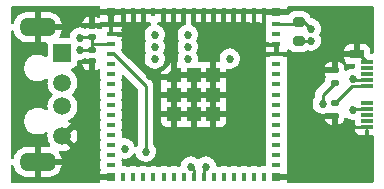
<source format=gbr>
%TF.GenerationSoftware,KiCad,Pcbnew,(6.0.7)*%
%TF.CreationDate,2023-02-04T21:02:38-08:00*%
%TF.ProjectId,ESP_Module,4553505f-4d6f-4647-956c-652e6b696361,rev?*%
%TF.SameCoordinates,Original*%
%TF.FileFunction,Copper,L1,Top*%
%TF.FilePolarity,Positive*%
%FSLAX46Y46*%
G04 Gerber Fmt 4.6, Leading zero omitted, Abs format (unit mm)*
G04 Created by KiCad (PCBNEW (6.0.7)) date 2023-02-04 21:02:38*
%MOMM*%
%LPD*%
G01*
G04 APERTURE LIST*
G04 Aperture macros list*
%AMRoundRect*
0 Rectangle with rounded corners*
0 $1 Rounding radius*
0 $2 $3 $4 $5 $6 $7 $8 $9 X,Y pos of 4 corners*
0 Add a 4 corners polygon primitive as box body*
4,1,4,$2,$3,$4,$5,$6,$7,$8,$9,$2,$3,0*
0 Add four circle primitives for the rounded corners*
1,1,$1+$1,$2,$3*
1,1,$1+$1,$4,$5*
1,1,$1+$1,$6,$7*
1,1,$1+$1,$8,$9*
0 Add four rect primitives between the rounded corners*
20,1,$1+$1,$2,$3,$4,$5,0*
20,1,$1+$1,$4,$5,$6,$7,0*
20,1,$1+$1,$6,$7,$8,$9,0*
20,1,$1+$1,$8,$9,$2,$3,0*%
%AMFreePoly0*
4,1,15,0.000002,0.605000,0.600000,0.605000,0.603536,0.603536,0.605000,0.600000,0.605000,-0.600000,0.603536,-0.603536,0.600000,-0.605000,-0.600000,-0.605000,-0.603536,-0.603536,-0.605000,-0.600000,-0.605001,0.000000,-0.603536,0.003536,-0.003536,0.603536,0.000000,0.605001,0.000002,0.605000,0.000002,0.605000,$1*%
G04 Aperture macros list end*
%TA.AperFunction,ComponentPad*%
%ADD10R,1.508000X1.508000*%
%TD*%
%TA.AperFunction,ComponentPad*%
%ADD11C,1.508000*%
%TD*%
%TA.AperFunction,ComponentPad*%
%ADD12O,3.150000X1.575000*%
%TD*%
%TA.AperFunction,SMDPad,CuDef*%
%ADD13R,0.800000X0.400000*%
%TD*%
%TA.AperFunction,SMDPad,CuDef*%
%ADD14R,0.400000X0.800000*%
%TD*%
%TA.AperFunction,SMDPad,CuDef*%
%ADD15R,1.200000X1.200000*%
%TD*%
%TA.AperFunction,SMDPad,CuDef*%
%ADD16FreePoly0,0.000000*%
%TD*%
%TA.AperFunction,SMDPad,CuDef*%
%ADD17R,0.800000X0.800000*%
%TD*%
%TA.AperFunction,SMDPad,CuDef*%
%ADD18RoundRect,0.135000X0.185000X-0.135000X0.185000X0.135000X-0.185000X0.135000X-0.185000X-0.135000X0*%
%TD*%
%TA.AperFunction,SMDPad,CuDef*%
%ADD19RoundRect,0.140000X0.170000X-0.140000X0.170000X0.140000X-0.170000X0.140000X-0.170000X-0.140000X0*%
%TD*%
%TA.AperFunction,SMDPad,CuDef*%
%ADD20RoundRect,0.140000X-0.170000X0.140000X-0.170000X-0.140000X0.170000X-0.140000X0.170000X0.140000X0*%
%TD*%
%TA.AperFunction,SMDPad,CuDef*%
%ADD21RoundRect,0.135000X-0.185000X0.135000X-0.185000X-0.135000X0.185000X-0.135000X0.185000X0.135000X0*%
%TD*%
%TA.AperFunction,SMDPad,CuDef*%
%ADD22RoundRect,0.200000X0.275000X-0.200000X0.275000X0.200000X-0.275000X0.200000X-0.275000X-0.200000X0*%
%TD*%
%TA.AperFunction,SMDPad,CuDef*%
%ADD23R,1.000000X0.380000*%
%TD*%
%TA.AperFunction,SMDPad,CuDef*%
%ADD24R,1.150000X0.700000*%
%TD*%
%TA.AperFunction,ViaPad*%
%ADD25C,0.685800*%
%TD*%
%TA.AperFunction,Conductor*%
%ADD26C,0.254000*%
%TD*%
%TA.AperFunction,Conductor*%
%ADD27C,0.508000*%
%TD*%
G04 APERTURE END LIST*
D10*
%TO.P,J1,1,VCC*%
%TO.N,+5V*%
X120464000Y-101910000D03*
D11*
%TO.P,J1,2,D-*%
%TO.N,USB_D-*%
X120464000Y-104410000D03*
%TO.P,J1,3,D+*%
%TO.N,USB_D+*%
X120464000Y-106410000D03*
%TO.P,J1,4,GND*%
%TO.N,GND*%
X120464000Y-108910000D03*
D12*
%TO.P,J1,S1,SHIELD*%
X118364000Y-99710000D03*
%TO.P,J1,S2,SHIELD*%
X118364000Y-111110000D03*
%TD*%
D13*
%TO.P,U2,1,GND*%
%TO.N,GND*%
X124572000Y-99460000D03*
%TO.P,U2,2,GND*%
X124572000Y-100310000D03*
%TO.P,U2,3,3V3*%
%TO.N,+3V3*%
X124572000Y-101160000D03*
%TO.P,U2,4,IO0*%
%TO.N,MCU_BOOT*%
X124572000Y-102010000D03*
%TO.P,U2,5,IO1*%
%TO.N,unconnected-(U2-Pad5)*%
X124572000Y-102860000D03*
%TO.P,U2,6,IO2*%
%TO.N,unconnected-(U2-Pad6)*%
X124572000Y-103710000D03*
%TO.P,U2,7,IO3*%
%TO.N,unconnected-(U2-Pad7)*%
X124572000Y-104560000D03*
%TO.P,U2,8,IO4*%
%TO.N,unconnected-(U2-Pad8)*%
X124572000Y-105410000D03*
%TO.P,U2,9,IO5*%
%TO.N,unconnected-(U2-Pad9)*%
X124572000Y-106260000D03*
%TO.P,U2,10,IO6*%
%TO.N,unconnected-(U2-Pad10)*%
X124572000Y-107110000D03*
%TO.P,U2,11,IO7*%
%TO.N,unconnected-(U2-Pad11)*%
X124572000Y-107960000D03*
%TO.P,U2,12,IO8*%
%TO.N,unconnected-(U2-Pad12)*%
X124572000Y-108810000D03*
%TO.P,U2,13,IO9*%
%TO.N,unconnected-(U2-Pad13)*%
X124572000Y-109660000D03*
%TO.P,U2,14,IO10*%
%TO.N,unconnected-(U2-Pad14)*%
X124572000Y-110510000D03*
%TO.P,U2,15,IO11*%
%TO.N,unconnected-(U2-Pad15)*%
X124572000Y-111360000D03*
D14*
%TO.P,U2,16,IO12*%
%TO.N,unconnected-(U2-Pad16)*%
X125622000Y-112410000D03*
%TO.P,U2,17,IO13*%
%TO.N,unconnected-(U2-Pad17)*%
X126472000Y-112410000D03*
%TO.P,U2,18,IO14*%
%TO.N,unconnected-(U2-Pad18)*%
X127322000Y-112410000D03*
%TO.P,U2,19,IO15*%
%TO.N,unconnected-(U2-Pad19)*%
X128172000Y-112410000D03*
%TO.P,U2,20,IO16*%
%TO.N,unconnected-(U2-Pad20)*%
X129022000Y-112410000D03*
%TO.P,U2,21,IO17*%
%TO.N,unconnected-(U2-Pad21)*%
X129872000Y-112410000D03*
%TO.P,U2,22,IO18*%
%TO.N,unconnected-(U2-Pad22)*%
X130722000Y-112410000D03*
%TO.P,U2,23,IO19*%
%TO.N,/MCU_D-*%
X131572000Y-112410000D03*
%TO.P,U2,24,IO20*%
%TO.N,/MCU_D+*%
X132422000Y-112410000D03*
%TO.P,U2,25,IO21*%
%TO.N,unconnected-(U2-Pad25)*%
X133272000Y-112410000D03*
%TO.P,U2,26,IO26*%
%TO.N,unconnected-(U2-Pad26)*%
X134122000Y-112410000D03*
%TO.P,U2,27,IO47*%
%TO.N,unconnected-(U2-Pad27)*%
X134972000Y-112410000D03*
%TO.P,U2,28,IO33*%
%TO.N,unconnected-(U2-Pad28)*%
X135822000Y-112410000D03*
%TO.P,U2,29,IO34*%
%TO.N,unconnected-(U2-Pad29)*%
X136672000Y-112410000D03*
%TO.P,U2,30,IO48*%
%TO.N,unconnected-(U2-Pad30)*%
X137522000Y-112410000D03*
D13*
%TO.P,U2,31,IO35*%
%TO.N,unconnected-(U2-Pad31)*%
X138572000Y-111360000D03*
%TO.P,U2,32,IO36*%
%TO.N,unconnected-(U2-Pad32)*%
X138572000Y-110510000D03*
%TO.P,U2,33,IO37*%
%TO.N,unconnected-(U2-Pad33)*%
X138572000Y-109660000D03*
%TO.P,U2,34,IO38*%
%TO.N,unconnected-(U2-Pad34)*%
X138572000Y-108810000D03*
%TO.P,U2,35,IO39*%
%TO.N,unconnected-(U2-Pad35)*%
X138572000Y-107960000D03*
%TO.P,U2,36,IO40*%
%TO.N,unconnected-(U2-Pad36)*%
X138572000Y-107110000D03*
%TO.P,U2,37,IO41*%
%TO.N,unconnected-(U2-Pad37)*%
X138572000Y-106260000D03*
%TO.P,U2,38,IO42*%
%TO.N,unconnected-(U2-Pad38)*%
X138572000Y-105410000D03*
%TO.P,U2,39,TXD0*%
%TO.N,unconnected-(U2-Pad39)*%
X138572000Y-104560000D03*
%TO.P,U2,40,RXD0*%
%TO.N,unconnected-(U2-Pad40)*%
X138572000Y-103710000D03*
%TO.P,U2,41,IO45*%
%TO.N,unconnected-(U2-Pad41)*%
X138572000Y-102860000D03*
%TO.P,U2,42,GND*%
%TO.N,GND*%
X138572000Y-102010000D03*
%TO.P,U2,43,GND*%
X138572000Y-101160000D03*
%TO.P,U2,44,IO46*%
%TO.N,unconnected-(U2-Pad44)*%
X138572000Y-100310000D03*
%TO.P,U2,45,EN*%
%TO.N,MCU_EN*%
X138572000Y-99460000D03*
D14*
%TO.P,U2,46,GND*%
%TO.N,GND*%
X137522000Y-98410000D03*
%TO.P,U2,47,GND*%
X136672000Y-98410000D03*
%TO.P,U2,48,GND*%
X135822000Y-98410000D03*
%TO.P,U2,49,GND*%
X134972000Y-98410000D03*
%TO.P,U2,50,GND*%
X134122000Y-98410000D03*
%TO.P,U2,51,GND*%
X133272000Y-98410000D03*
%TO.P,U2,52,GND*%
X132422000Y-98410000D03*
%TO.P,U2,53,GND*%
X131572000Y-98410000D03*
%TO.P,U2,54,GND*%
X130722000Y-98410000D03*
%TO.P,U2,55,GND*%
X129872000Y-98410000D03*
%TO.P,U2,56,GND*%
X129022000Y-98410000D03*
%TO.P,U2,57,GND*%
X128172000Y-98410000D03*
%TO.P,U2,58,GND*%
X127322000Y-98410000D03*
%TO.P,U2,59,GND*%
X126472000Y-98410000D03*
%TO.P,U2,60,GND*%
X125622000Y-98410000D03*
D15*
%TO.P,U2,61,GND*%
X131572000Y-105410000D03*
D16*
%TO.P,U2,61_1,GND*%
X129922000Y-103760000D03*
D15*
%TO.P,U2,61_2,GND*%
X131572000Y-103760000D03*
%TO.P,U2,61_3,GND*%
X133222000Y-103760000D03*
%TO.P,U2,61_4,GND*%
X133222000Y-105410000D03*
%TO.P,U2,61_5,GND*%
X133222000Y-107060000D03*
%TO.P,U2,61_6,GND*%
X131572000Y-107060000D03*
%TO.P,U2,61_7,GND*%
X129922000Y-107060000D03*
%TO.P,U2,61_8,GND*%
X129922000Y-105410000D03*
D17*
%TO.P,U2,62,GND*%
X124572000Y-98410000D03*
%TO.P,U2,63,GND*%
X124572000Y-112410000D03*
%TO.P,U2,64,GND*%
X138572000Y-112410000D03*
%TO.P,U2,65,GND*%
X138572000Y-98410000D03*
%TD*%
D18*
%TO.P,R4,1*%
%TO.N,Net-(P1-PadA5)*%
X143510000Y-104396000D03*
%TO.P,R4,2*%
%TO.N,GND*%
X143510000Y-103376000D03*
%TD*%
D19*
%TO.P,C2,1*%
%TO.N,+3V3*%
X122936000Y-100556000D03*
%TO.P,C2,2*%
%TO.N,GND*%
X122936000Y-99596000D03*
%TD*%
D20*
%TO.P,C1,1*%
%TO.N,+3V3*%
X122936000Y-101628000D03*
%TO.P,C1,2*%
%TO.N,GND*%
X122936000Y-102588000D03*
%TD*%
D21*
%TO.P,R5,1*%
%TO.N,Net-(P1-PadB5)*%
X143510000Y-106170000D03*
%TO.P,R5,2*%
%TO.N,GND*%
X143510000Y-107190000D03*
%TD*%
D22*
%TO.P,R3,1*%
%TO.N,+3V3*%
X140462000Y-100901000D03*
%TO.P,R3,2*%
%TO.N,MCU_EN*%
X140462000Y-99251000D03*
%TD*%
D23*
%TO.P,P1,B1,GND*%
%TO.N,GND*%
X146264000Y-102660000D03*
%TO.P,P1,B2,TX2+*%
%TO.N,unconnected-(P1-PadB2)*%
X146264000Y-103160000D03*
%TO.P,P1,B3,TX2-*%
%TO.N,unconnected-(P1-PadB3)*%
X146264000Y-103660000D03*
%TO.P,P1,B4,VBUS*%
%TO.N,+5V*%
X146264000Y-104160000D03*
%TO.P,P1,B5,VCONN*%
%TO.N,Net-(P1-PadB5)*%
X146264000Y-104660000D03*
%TO.P,P1,B8,SBU2*%
%TO.N,unconnected-(P1-PadB8)*%
X146264000Y-106160000D03*
%TO.P,P1,B9,VBUS*%
%TO.N,+5V*%
X146264000Y-106660000D03*
%TO.P,P1,B10,RX1-*%
%TO.N,unconnected-(P1-PadB10)*%
X146264000Y-107160000D03*
%TO.P,P1,B11,RX1+*%
%TO.N,unconnected-(P1-PadB11)*%
X146264000Y-107660000D03*
%TO.P,P1,B12,GND*%
%TO.N,GND*%
X146264000Y-108160000D03*
D24*
%TO.P,P1,S1,SHIELD*%
X145424000Y-101990000D03*
%TD*%
D25*
%TO.N,GND*%
X143764000Y-102108000D03*
X143764000Y-108204000D03*
%TO.N,Net-(P1-PadA5)*%
X142494000Y-106172000D03*
%TO.N,+3V3*%
X121920000Y-100584000D03*
X134620000Y-102362000D03*
X128270000Y-102362000D03*
X128270000Y-101346000D03*
X131064000Y-101346000D03*
X131064000Y-102362000D03*
X121920000Y-101600000D03*
X125730000Y-109982000D03*
X141478000Y-100838000D03*
X131064000Y-100330000D03*
X128270000Y-100330000D03*
%TO.N,GND*%
X122428000Y-109728000D03*
X126238000Y-106426000D03*
X136906000Y-103632000D03*
X136906000Y-100330000D03*
X134620000Y-108966000D03*
X136906000Y-101854000D03*
X129540000Y-109982000D03*
X144272000Y-110490000D03*
X136906000Y-108966000D03*
X144272000Y-100330000D03*
X136906000Y-110490000D03*
X136906000Y-107442000D03*
X122936000Y-104394000D03*
%TO.N,+5V*%
X145036051Y-104063600D03*
X145034000Y-106680000D03*
%TO.N,/MCU_D-*%
X131318000Y-111506000D03*
%TO.N,/MCU_D+*%
X132588000Y-111506000D03*
%TO.N,MCU_EN*%
X141478000Y-99822000D03*
%TO.N,MCU_BOOT*%
X127508000Y-110236000D03*
%TD*%
D26*
%TO.N,Net-(P1-PadA5)*%
X142494000Y-106172000D02*
X142494000Y-105412000D01*
X142494000Y-105412000D02*
X143510000Y-104396000D01*
%TO.N,+3V3*%
X123004000Y-101160000D02*
X122936000Y-101092000D01*
X124572000Y-101160000D02*
X123004000Y-101160000D01*
X122936000Y-101092000D02*
X122936000Y-101628000D01*
X122936000Y-100556000D02*
X122936000Y-101092000D01*
X121948000Y-101628000D02*
X121920000Y-101600000D01*
X121948000Y-100556000D02*
X121920000Y-100584000D01*
X141415000Y-100901000D02*
X141478000Y-100838000D01*
X122936000Y-100556000D02*
X121948000Y-100556000D01*
X140462000Y-100901000D02*
X141415000Y-100901000D01*
X122936000Y-101628000D02*
X121948000Y-101628000D01*
D27*
%TO.N,GND*%
X131572000Y-103760000D02*
X129922000Y-103760000D01*
D26*
X145594000Y-101990000D02*
X146264000Y-102660000D01*
D27*
X129922000Y-103760000D02*
X129796000Y-103886000D01*
X129922000Y-103760000D02*
X129922000Y-105410000D01*
D26*
X145424000Y-101990000D02*
X145594000Y-101990000D01*
D27*
X129796000Y-103886000D02*
X127762000Y-103886000D01*
D26*
X146264000Y-108160000D02*
X144570000Y-108160000D01*
D27*
X129922000Y-103760000D02*
X129922000Y-101726000D01*
D26*
%TO.N,+5V*%
X145132451Y-104160000D02*
X145036051Y-104063600D01*
X146264000Y-104160000D02*
X145132451Y-104160000D01*
X145054000Y-106660000D02*
X145034000Y-106680000D01*
X146264000Y-106660000D02*
X145054000Y-106660000D01*
%TO.N,Net-(P1-PadB5)*%
X146264000Y-104660000D02*
X145020000Y-104660000D01*
X145020000Y-104660000D02*
X143510000Y-106170000D01*
%TO.N,/MCU_D-*%
X131572000Y-112410000D02*
X131572000Y-111760000D01*
X131572000Y-111760000D02*
X131318000Y-111506000D01*
%TO.N,/MCU_D+*%
X132422000Y-111672000D02*
X132588000Y-111506000D01*
X132422000Y-112410000D02*
X132422000Y-111672000D01*
%TO.N,MCU_EN*%
X140907000Y-99251000D02*
X141478000Y-99822000D01*
X140253000Y-99460000D02*
X140462000Y-99251000D01*
X140462000Y-99251000D02*
X140907000Y-99251000D01*
X138572000Y-99460000D02*
X140253000Y-99460000D01*
%TO.N,MCU_BOOT*%
X127508000Y-104688000D02*
X124830000Y-102010000D01*
X127508000Y-110236000D02*
X127508000Y-104688000D01*
X124830000Y-102010000D02*
X124572000Y-102010000D01*
%TD*%
%TA.AperFunction,Conductor*%
%TO.N,GND*%
G36*
X123606121Y-97938502D02*
G01*
X123652614Y-97992158D01*
X123664000Y-98044500D01*
X123664000Y-98137885D01*
X123668475Y-98153124D01*
X123669865Y-98154329D01*
X123677548Y-98156000D01*
X125418479Y-98156000D01*
X125486600Y-98176002D01*
X125500992Y-98186776D01*
X125525865Y-98208329D01*
X125533548Y-98210000D01*
X137605885Y-98210000D01*
X137621124Y-98205526D01*
X137626355Y-98199488D01*
X137686081Y-98161104D01*
X137721580Y-98156000D01*
X139461884Y-98156000D01*
X139477123Y-98151525D01*
X139478328Y-98150135D01*
X139479999Y-98142452D01*
X139479999Y-98044500D01*
X139500001Y-97976379D01*
X139553657Y-97929886D01*
X139605999Y-97918500D01*
X146685500Y-97918500D01*
X146753621Y-97938502D01*
X146800114Y-97992158D01*
X146811500Y-98044500D01*
X146811500Y-101836000D01*
X146791498Y-101904121D01*
X146737842Y-101950614D01*
X146685500Y-101962000D01*
X146632999Y-101962000D01*
X146564878Y-101941998D01*
X146518385Y-101888342D01*
X146506999Y-101836000D01*
X146506999Y-101595331D01*
X146506629Y-101588510D01*
X146501105Y-101537648D01*
X146497479Y-101522396D01*
X146452324Y-101401946D01*
X146443786Y-101386351D01*
X146367285Y-101284276D01*
X146354724Y-101271715D01*
X146252649Y-101195214D01*
X146237054Y-101186676D01*
X146116606Y-101141522D01*
X146101351Y-101137895D01*
X146050486Y-101132369D01*
X146043672Y-101132000D01*
X145696115Y-101132000D01*
X145680876Y-101136475D01*
X145679671Y-101137865D01*
X145678000Y-101145548D01*
X145678000Y-102118000D01*
X145657998Y-102186121D01*
X145604342Y-102232614D01*
X145552000Y-102244000D01*
X144359116Y-102244000D01*
X144343877Y-102248475D01*
X144342672Y-102249865D01*
X144341001Y-102257548D01*
X144341001Y-102384669D01*
X144341371Y-102391490D01*
X144346895Y-102442352D01*
X144350521Y-102457604D01*
X144395676Y-102578054D01*
X144404214Y-102593649D01*
X144480715Y-102695724D01*
X144493276Y-102708285D01*
X144595351Y-102784786D01*
X144610946Y-102793324D01*
X144731394Y-102838478D01*
X144746649Y-102842105D01*
X144797514Y-102847631D01*
X144804328Y-102848000D01*
X145129500Y-102848000D01*
X145197621Y-102868002D01*
X145244114Y-102921658D01*
X145255500Y-102974000D01*
X145255500Y-103086616D01*
X145235498Y-103154737D01*
X145181842Y-103201230D01*
X145125537Y-103210426D01*
X145125537Y-103212200D01*
X144946565Y-103212200D01*
X144940112Y-103213572D01*
X144940108Y-103213572D01*
X144859035Y-103230805D01*
X144771505Y-103249410D01*
X144765475Y-103252095D01*
X144765474Y-103252095D01*
X144614036Y-103319519D01*
X144614034Y-103319520D01*
X144608006Y-103322204D01*
X144602665Y-103326084D01*
X144602664Y-103326085D01*
X144538061Y-103373022D01*
X144471193Y-103396881D01*
X144402042Y-103380800D01*
X144352561Y-103329886D01*
X144338000Y-103271086D01*
X144338000Y-103178527D01*
X144337807Y-103173597D01*
X144335637Y-103146032D01*
X144333335Y-103133428D01*
X144292019Y-102991217D01*
X144285770Y-102976778D01*
X144211146Y-102850595D01*
X144201499Y-102838159D01*
X144097841Y-102734501D01*
X144085405Y-102724854D01*
X143959222Y-102650230D01*
X143944783Y-102643981D01*
X143802564Y-102602662D01*
X143789977Y-102600363D01*
X143782057Y-102599740D01*
X143766970Y-102602910D01*
X143764000Y-102614374D01*
X143764000Y-103491500D01*
X143743998Y-103559621D01*
X143690342Y-103606114D01*
X143638000Y-103617500D01*
X143269942Y-103617501D01*
X143260012Y-103617501D01*
X143223534Y-103620371D01*
X143217352Y-103622167D01*
X143217347Y-103622168D01*
X143207610Y-103624997D01*
X143172458Y-103630000D01*
X142708100Y-103630000D01*
X142694569Y-103633973D01*
X142693434Y-103641871D01*
X142727981Y-103760783D01*
X142734229Y-103775220D01*
X142761522Y-103821370D01*
X142778982Y-103890187D01*
X142761523Y-103949646D01*
X142729731Y-104003404D01*
X142727520Y-104011015D01*
X142727519Y-104011017D01*
X142703752Y-104092824D01*
X142684371Y-104159534D01*
X142683867Y-104165941D01*
X142683866Y-104165945D01*
X142681978Y-104189932D01*
X142681500Y-104196011D01*
X142681500Y-104273577D01*
X142661498Y-104341698D01*
X142644595Y-104362672D01*
X142100517Y-104906750D01*
X142092191Y-104914326D01*
X142085697Y-104918447D01*
X142054909Y-104951233D01*
X142038915Y-104968265D01*
X142036160Y-104971107D01*
X142016361Y-104990906D01*
X142013937Y-104994031D01*
X142013929Y-104994040D01*
X142013863Y-104994126D01*
X142006155Y-105003151D01*
X141975783Y-105035494D01*
X141971965Y-105042438D01*
X141971964Y-105042440D01*
X141965978Y-105053329D01*
X141955127Y-105069847D01*
X141942650Y-105085933D01*
X141925024Y-105126666D01*
X141919807Y-105137314D01*
X141913415Y-105148942D01*
X141898431Y-105176197D01*
X141896460Y-105183872D01*
X141896458Y-105183878D01*
X141893369Y-105195911D01*
X141886966Y-105214613D01*
X141878883Y-105233292D01*
X141877644Y-105241117D01*
X141871940Y-105277127D01*
X141869535Y-105288740D01*
X141858500Y-105331718D01*
X141858500Y-105352065D01*
X141856949Y-105371776D01*
X141853765Y-105391879D01*
X141854511Y-105399771D01*
X141857941Y-105436056D01*
X141858500Y-105447914D01*
X141858500Y-105557031D01*
X141838498Y-105625152D01*
X141826142Y-105641335D01*
X141801409Y-105668803D01*
X141711923Y-105823797D01*
X141656618Y-105994009D01*
X141637910Y-106172000D01*
X141638600Y-106178565D01*
X141655820Y-106342394D01*
X141656618Y-106349991D01*
X141711923Y-106520203D01*
X141715226Y-106525925D01*
X141715227Y-106525926D01*
X141715598Y-106526568D01*
X141801409Y-106675197D01*
X141805827Y-106680104D01*
X141805828Y-106680105D01*
X141906985Y-106792452D01*
X141921164Y-106808199D01*
X141926506Y-106812080D01*
X141926508Y-106812082D01*
X141995030Y-106861866D01*
X142065955Y-106913396D01*
X142071983Y-106916080D01*
X142071985Y-106916081D01*
X142223423Y-106983505D01*
X142229454Y-106986190D01*
X142313112Y-107003972D01*
X142398057Y-107022028D01*
X142398061Y-107022028D01*
X142404514Y-107023400D01*
X142583486Y-107023400D01*
X142589939Y-107022028D01*
X142589943Y-107022028D01*
X142674888Y-107003972D01*
X142758546Y-106986190D01*
X142798277Y-106968501D01*
X142846809Y-106946893D01*
X142898058Y-106936000D01*
X143172458Y-106936000D01*
X143207610Y-106941003D01*
X143217353Y-106943834D01*
X143217360Y-106943835D01*
X143223534Y-106945629D01*
X143229941Y-106946133D01*
X143229945Y-106946134D01*
X143257556Y-106948307D01*
X143257562Y-106948307D01*
X143260011Y-106948500D01*
X143269930Y-106948500D01*
X143638001Y-106948499D01*
X143706120Y-106968501D01*
X143752613Y-107022156D01*
X143764000Y-107074499D01*
X143764000Y-107949566D01*
X143768344Y-107964361D01*
X143780003Y-107966421D01*
X143789977Y-107965637D01*
X143802564Y-107963338D01*
X143944783Y-107922019D01*
X143959222Y-107915770D01*
X144085405Y-107841146D01*
X144097841Y-107831499D01*
X144201499Y-107727841D01*
X144211146Y-107715405D01*
X144285770Y-107589222D01*
X144292019Y-107574783D01*
X144333514Y-107431957D01*
X144371727Y-107372121D01*
X144436224Y-107342444D01*
X144506526Y-107352347D01*
X144528572Y-107365174D01*
X144555390Y-107384658D01*
X144605955Y-107421396D01*
X144611983Y-107424080D01*
X144611985Y-107424081D01*
X144763423Y-107491505D01*
X144769454Y-107494190D01*
X144856984Y-107512795D01*
X144938057Y-107530028D01*
X144938061Y-107530028D01*
X144944514Y-107531400D01*
X145123486Y-107531400D01*
X145123486Y-107532767D01*
X145186170Y-107544231D01*
X145238016Y-107592734D01*
X145255500Y-107656768D01*
X145255500Y-107898134D01*
X145255867Y-107901514D01*
X145256052Y-107904930D01*
X145255841Y-107904941D01*
X145256262Y-107920479D01*
X145256000Y-107925320D01*
X145256000Y-107951885D01*
X145265642Y-107984722D01*
X145278141Y-108002692D01*
X145286458Y-108024877D01*
X145313385Y-108096705D01*
X145341337Y-108134001D01*
X145352997Y-108149559D01*
X145377845Y-108216065D01*
X145362792Y-108285448D01*
X145312618Y-108335678D01*
X145287670Y-108346020D01*
X145258877Y-108354475D01*
X145257672Y-108355865D01*
X145256001Y-108363548D01*
X145256001Y-108394669D01*
X145256371Y-108401490D01*
X145261895Y-108452352D01*
X145265521Y-108467604D01*
X145310676Y-108588054D01*
X145319214Y-108603649D01*
X145395715Y-108705724D01*
X145408276Y-108718285D01*
X145510351Y-108794786D01*
X145525946Y-108803324D01*
X145646394Y-108848478D01*
X145661649Y-108852105D01*
X145712514Y-108857631D01*
X145719328Y-108858000D01*
X146055885Y-108858000D01*
X146071124Y-108853525D01*
X146072329Y-108852135D01*
X146074000Y-108844452D01*
X146074000Y-108484500D01*
X146094002Y-108416379D01*
X146147658Y-108369886D01*
X146200000Y-108358500D01*
X146328000Y-108358500D01*
X146396121Y-108378502D01*
X146442614Y-108432158D01*
X146454000Y-108484500D01*
X146454000Y-108839884D01*
X146458475Y-108855123D01*
X146459865Y-108856328D01*
X146467548Y-108857999D01*
X146685500Y-108857999D01*
X146753621Y-108878001D01*
X146800114Y-108931657D01*
X146811500Y-108983999D01*
X146811500Y-112775500D01*
X146791498Y-112843621D01*
X146737842Y-112890114D01*
X146685500Y-112901500D01*
X139606000Y-112901500D01*
X139537879Y-112881498D01*
X139491386Y-112827842D01*
X139480000Y-112775500D01*
X139480000Y-112682115D01*
X139475525Y-112666876D01*
X139474135Y-112665671D01*
X139466452Y-112664000D01*
X138444000Y-112664000D01*
X138375879Y-112643998D01*
X138329386Y-112590342D01*
X138318000Y-112538000D01*
X138318000Y-112282000D01*
X138338002Y-112213879D01*
X138391658Y-112167386D01*
X138444000Y-112156000D01*
X139461884Y-112156000D01*
X139477123Y-112151525D01*
X139478328Y-112150135D01*
X139479999Y-112142452D01*
X139479999Y-111965331D01*
X139479629Y-111958510D01*
X139474105Y-111907650D01*
X139470478Y-111892393D01*
X139447066Y-111829941D01*
X139441883Y-111759134D01*
X139447066Y-111741483D01*
X139470973Y-111677711D01*
X139470973Y-111677709D01*
X139473745Y-111670316D01*
X139480500Y-111608134D01*
X139480500Y-111111866D01*
X139473745Y-111049684D01*
X139456170Y-111002803D01*
X139447333Y-110979229D01*
X139442150Y-110908422D01*
X139447333Y-110890771D01*
X139470973Y-110827711D01*
X139470973Y-110827709D01*
X139473745Y-110820316D01*
X139475003Y-110808742D01*
X139480131Y-110761531D01*
X139480500Y-110758134D01*
X139480500Y-110261866D01*
X139473745Y-110199684D01*
X139465473Y-110177618D01*
X139447333Y-110129229D01*
X139442150Y-110058422D01*
X139447333Y-110040771D01*
X139470973Y-109977711D01*
X139470973Y-109977709D01*
X139473745Y-109970316D01*
X139480500Y-109908134D01*
X139480500Y-109411866D01*
X139473745Y-109349684D01*
X139447333Y-109279229D01*
X139442150Y-109208422D01*
X139447333Y-109190771D01*
X139470973Y-109127711D01*
X139470973Y-109127709D01*
X139473745Y-109120316D01*
X139480500Y-109058134D01*
X139480500Y-108561866D01*
X139473745Y-108499684D01*
X139467128Y-108482032D01*
X139447333Y-108429229D01*
X139442150Y-108358422D01*
X139447333Y-108340771D01*
X139470973Y-108277711D01*
X139470973Y-108277709D01*
X139473745Y-108270316D01*
X139480500Y-108208134D01*
X139480500Y-107711866D01*
X139480131Y-107708469D01*
X139474598Y-107657534D01*
X139474598Y-107657532D01*
X139473745Y-107649684D01*
X139470973Y-107642289D01*
X139447333Y-107579229D01*
X139442150Y-107508422D01*
X139447333Y-107490771D01*
X139460416Y-107455871D01*
X142693434Y-107455871D01*
X142727981Y-107574783D01*
X142734230Y-107589222D01*
X142808854Y-107715405D01*
X142818501Y-107727841D01*
X142922159Y-107831499D01*
X142934595Y-107841146D01*
X143060778Y-107915770D01*
X143075217Y-107922019D01*
X143217436Y-107963338D01*
X143230023Y-107965637D01*
X143237943Y-107966260D01*
X143253030Y-107963090D01*
X143256000Y-107951626D01*
X143256000Y-107462115D01*
X143251525Y-107446876D01*
X143250135Y-107445671D01*
X143242452Y-107444000D01*
X142708100Y-107444000D01*
X142694569Y-107447973D01*
X142693434Y-107455871D01*
X139460416Y-107455871D01*
X139470973Y-107427711D01*
X139470973Y-107427709D01*
X139473745Y-107420316D01*
X139480500Y-107358134D01*
X139480500Y-106861866D01*
X139479041Y-106848432D01*
X139474598Y-106807534D01*
X139474598Y-106807532D01*
X139473745Y-106799684D01*
X139456964Y-106754920D01*
X139447333Y-106729229D01*
X139442150Y-106658422D01*
X139447333Y-106640771D01*
X139470973Y-106577711D01*
X139470973Y-106577709D01*
X139473745Y-106570316D01*
X139478498Y-106526568D01*
X139480131Y-106511531D01*
X139480500Y-106508134D01*
X139480500Y-106011866D01*
X139477878Y-105987730D01*
X139474598Y-105957534D01*
X139474598Y-105957532D01*
X139473745Y-105949684D01*
X139447333Y-105879229D01*
X139442150Y-105808422D01*
X139447333Y-105790771D01*
X139470973Y-105727711D01*
X139470973Y-105727709D01*
X139473745Y-105720316D01*
X139480500Y-105658134D01*
X139480500Y-105161866D01*
X139477268Y-105132112D01*
X139474598Y-105107534D01*
X139474598Y-105107532D01*
X139473745Y-105099684D01*
X139459623Y-105062014D01*
X139447333Y-105029229D01*
X139442150Y-104958422D01*
X139447333Y-104940771D01*
X139470973Y-104877711D01*
X139470973Y-104877709D01*
X139473745Y-104870316D01*
X139477241Y-104838140D01*
X139480131Y-104811531D01*
X139480500Y-104808134D01*
X139480500Y-104311866D01*
X139479453Y-104302232D01*
X139474598Y-104257534D01*
X139474598Y-104257532D01*
X139473745Y-104249684D01*
X139470973Y-104242289D01*
X139447333Y-104179229D01*
X139442150Y-104108422D01*
X139447333Y-104090771D01*
X139470973Y-104027711D01*
X139470973Y-104027709D01*
X139473745Y-104020316D01*
X139478500Y-103976550D01*
X139480131Y-103961531D01*
X139480500Y-103958134D01*
X139480500Y-103461866D01*
X139473745Y-103399684D01*
X139466666Y-103380800D01*
X139447333Y-103329229D01*
X139442150Y-103258422D01*
X139447333Y-103240771D01*
X139470973Y-103177711D01*
X139470973Y-103177709D01*
X139473745Y-103170316D01*
X139475438Y-103154737D01*
X139480131Y-103111531D01*
X139480500Y-103108134D01*
X139480500Y-103104605D01*
X142695039Y-103104605D01*
X142695079Y-103118705D01*
X142702349Y-103122000D01*
X143237885Y-103122000D01*
X143253124Y-103117525D01*
X143254329Y-103116135D01*
X143256000Y-103108452D01*
X143256000Y-102616434D01*
X143251656Y-102601639D01*
X143239997Y-102599579D01*
X143230023Y-102600363D01*
X143217436Y-102602662D01*
X143075217Y-102643981D01*
X143060778Y-102650230D01*
X142934595Y-102724854D01*
X142922159Y-102734501D01*
X142818501Y-102838159D01*
X142808854Y-102850595D01*
X142734230Y-102976778D01*
X142727981Y-102991217D01*
X142695039Y-103104605D01*
X139480500Y-103104605D01*
X139480500Y-102611866D01*
X139473745Y-102549684D01*
X139470973Y-102542289D01*
X139447066Y-102478517D01*
X139441883Y-102407710D01*
X139447066Y-102390059D01*
X139470480Y-102327602D01*
X139474105Y-102312357D01*
X139479631Y-102261486D01*
X139480000Y-102254672D01*
X139480000Y-102228115D01*
X139475525Y-102212876D01*
X139474135Y-102211671D01*
X139466452Y-102210000D01*
X139243188Y-102210000D01*
X139198959Y-102201982D01*
X139089718Y-102161029D01*
X139089712Y-102161027D01*
X139082316Y-102158255D01*
X139020134Y-102151500D01*
X138123866Y-102151500D01*
X138061684Y-102158255D01*
X138054288Y-102161027D01*
X138054282Y-102161029D01*
X137945041Y-102201982D01*
X137900812Y-102210000D01*
X137682116Y-102210000D01*
X137666877Y-102214475D01*
X137665672Y-102215865D01*
X137664001Y-102223548D01*
X137664001Y-102254669D01*
X137664371Y-102261490D01*
X137669895Y-102312350D01*
X137673522Y-102327607D01*
X137696934Y-102390059D01*
X137702117Y-102460866D01*
X137696934Y-102478517D01*
X137673027Y-102542289D01*
X137670255Y-102549684D01*
X137663500Y-102611866D01*
X137663500Y-103108134D01*
X137663869Y-103111531D01*
X137668563Y-103154737D01*
X137670255Y-103170316D01*
X137673027Y-103177709D01*
X137673027Y-103177711D01*
X137696667Y-103240771D01*
X137701850Y-103311578D01*
X137696667Y-103329229D01*
X137677334Y-103380800D01*
X137670255Y-103399684D01*
X137663500Y-103461866D01*
X137663500Y-103958134D01*
X137663869Y-103961531D01*
X137665501Y-103976550D01*
X137670255Y-104020316D01*
X137673027Y-104027709D01*
X137673027Y-104027711D01*
X137696667Y-104090771D01*
X137701850Y-104161578D01*
X137696667Y-104179229D01*
X137673027Y-104242289D01*
X137670255Y-104249684D01*
X137669402Y-104257532D01*
X137669402Y-104257534D01*
X137664547Y-104302232D01*
X137663500Y-104311866D01*
X137663500Y-104808134D01*
X137663869Y-104811531D01*
X137666760Y-104838140D01*
X137670255Y-104870316D01*
X137673027Y-104877709D01*
X137673027Y-104877711D01*
X137696667Y-104940771D01*
X137701850Y-105011578D01*
X137696667Y-105029229D01*
X137684377Y-105062014D01*
X137670255Y-105099684D01*
X137669402Y-105107532D01*
X137669402Y-105107534D01*
X137666732Y-105132112D01*
X137663500Y-105161866D01*
X137663500Y-105658134D01*
X137670255Y-105720316D01*
X137673027Y-105727709D01*
X137673027Y-105727711D01*
X137696667Y-105790771D01*
X137701850Y-105861578D01*
X137696667Y-105879229D01*
X137670255Y-105949684D01*
X137669402Y-105957532D01*
X137669402Y-105957534D01*
X137666122Y-105987730D01*
X137663500Y-106011866D01*
X137663500Y-106508134D01*
X137663869Y-106511531D01*
X137665503Y-106526568D01*
X137670255Y-106570316D01*
X137673027Y-106577709D01*
X137673027Y-106577711D01*
X137696667Y-106640771D01*
X137701850Y-106711578D01*
X137696667Y-106729229D01*
X137687036Y-106754920D01*
X137670255Y-106799684D01*
X137669402Y-106807532D01*
X137669402Y-106807534D01*
X137664959Y-106848432D01*
X137663500Y-106861866D01*
X137663500Y-107358134D01*
X137670255Y-107420316D01*
X137673027Y-107427709D01*
X137673027Y-107427711D01*
X137696667Y-107490771D01*
X137701850Y-107561578D01*
X137696667Y-107579229D01*
X137673027Y-107642289D01*
X137670255Y-107649684D01*
X137669402Y-107657532D01*
X137669402Y-107657534D01*
X137663869Y-107708469D01*
X137663500Y-107711866D01*
X137663500Y-108208134D01*
X137670255Y-108270316D01*
X137673027Y-108277709D01*
X137673027Y-108277711D01*
X137696667Y-108340771D01*
X137701850Y-108411578D01*
X137696667Y-108429229D01*
X137676872Y-108482032D01*
X137670255Y-108499684D01*
X137663500Y-108561866D01*
X137663500Y-109058134D01*
X137670255Y-109120316D01*
X137673027Y-109127709D01*
X137673027Y-109127711D01*
X137696667Y-109190771D01*
X137701850Y-109261578D01*
X137696667Y-109279229D01*
X137670255Y-109349684D01*
X137663500Y-109411866D01*
X137663500Y-109908134D01*
X137670255Y-109970316D01*
X137673027Y-109977709D01*
X137673027Y-109977711D01*
X137696667Y-110040771D01*
X137701850Y-110111578D01*
X137696667Y-110129229D01*
X137678527Y-110177618D01*
X137670255Y-110199684D01*
X137663500Y-110261866D01*
X137663500Y-110758134D01*
X137663869Y-110761531D01*
X137668998Y-110808742D01*
X137670255Y-110820316D01*
X137673027Y-110827709D01*
X137673027Y-110827711D01*
X137696667Y-110890771D01*
X137701850Y-110961578D01*
X137696667Y-110979229D01*
X137687830Y-111002803D01*
X137670255Y-111049684D01*
X137663500Y-111111866D01*
X137663500Y-111375500D01*
X137643498Y-111443621D01*
X137589842Y-111490114D01*
X137537500Y-111501500D01*
X137273866Y-111501500D01*
X137270469Y-111501869D01*
X137219534Y-111507402D01*
X137219532Y-111507402D01*
X137211684Y-111508255D01*
X137204291Y-111511027D01*
X137204289Y-111511027D01*
X137141229Y-111534667D01*
X137070422Y-111539850D01*
X137052771Y-111534667D01*
X136989711Y-111511027D01*
X136989709Y-111511027D01*
X136982316Y-111508255D01*
X136974468Y-111507402D01*
X136974466Y-111507402D01*
X136923531Y-111501869D01*
X136920134Y-111501500D01*
X136423866Y-111501500D01*
X136420469Y-111501869D01*
X136369534Y-111507402D01*
X136369532Y-111507402D01*
X136361684Y-111508255D01*
X136354291Y-111511027D01*
X136354289Y-111511027D01*
X136291229Y-111534667D01*
X136220422Y-111539850D01*
X136202771Y-111534667D01*
X136139711Y-111511027D01*
X136139709Y-111511027D01*
X136132316Y-111508255D01*
X136124468Y-111507402D01*
X136124466Y-111507402D01*
X136073531Y-111501869D01*
X136070134Y-111501500D01*
X135573866Y-111501500D01*
X135570469Y-111501869D01*
X135519534Y-111507402D01*
X135519532Y-111507402D01*
X135511684Y-111508255D01*
X135504291Y-111511027D01*
X135504289Y-111511027D01*
X135441229Y-111534667D01*
X135370422Y-111539850D01*
X135352771Y-111534667D01*
X135289711Y-111511027D01*
X135289709Y-111511027D01*
X135282316Y-111508255D01*
X135274468Y-111507402D01*
X135274466Y-111507402D01*
X135223531Y-111501869D01*
X135220134Y-111501500D01*
X134723866Y-111501500D01*
X134720469Y-111501869D01*
X134669534Y-111507402D01*
X134669532Y-111507402D01*
X134661684Y-111508255D01*
X134654291Y-111511027D01*
X134654289Y-111511027D01*
X134591229Y-111534667D01*
X134520422Y-111539850D01*
X134502771Y-111534667D01*
X134439711Y-111511027D01*
X134439709Y-111511027D01*
X134432316Y-111508255D01*
X134424468Y-111507402D01*
X134424466Y-111507402D01*
X134373531Y-111501869D01*
X134370134Y-111501500D01*
X133873866Y-111501500D01*
X133870469Y-111501869D01*
X133819534Y-111507402D01*
X133819532Y-111507402D01*
X133811684Y-111508255D01*
X133804291Y-111511027D01*
X133804289Y-111511027D01*
X133741229Y-111534667D01*
X133670422Y-111539850D01*
X133652771Y-111534667D01*
X133589711Y-111511027D01*
X133589709Y-111511027D01*
X133582316Y-111508255D01*
X133574466Y-111507402D01*
X133574465Y-111507402D01*
X133558873Y-111505708D01*
X133543809Y-111504072D01*
X133478247Y-111476831D01*
X133437820Y-111418468D01*
X133432106Y-111391980D01*
X133426072Y-111334573D01*
X133426072Y-111334572D01*
X133425382Y-111328009D01*
X133370077Y-111157797D01*
X133345532Y-111115283D01*
X133283892Y-111008521D01*
X133280591Y-111002803D01*
X133270354Y-110991433D01*
X133165258Y-110874712D01*
X133165257Y-110874711D01*
X133160836Y-110869801D01*
X133150613Y-110862373D01*
X133021387Y-110768485D01*
X133021386Y-110768484D01*
X133016045Y-110764604D01*
X133010017Y-110761920D01*
X133010015Y-110761919D01*
X132858577Y-110694495D01*
X132858576Y-110694495D01*
X132852546Y-110691810D01*
X132752431Y-110670530D01*
X132683943Y-110655972D01*
X132683939Y-110655972D01*
X132677486Y-110654600D01*
X132498514Y-110654600D01*
X132492061Y-110655972D01*
X132492057Y-110655972D01*
X132423569Y-110670530D01*
X132323454Y-110691810D01*
X132317424Y-110694495D01*
X132317423Y-110694495D01*
X132165985Y-110761919D01*
X132165983Y-110761920D01*
X132159955Y-110764604D01*
X132154614Y-110768484D01*
X132154613Y-110768485D01*
X132027061Y-110861157D01*
X131960193Y-110885016D01*
X131891042Y-110868935D01*
X131878939Y-110861157D01*
X131751387Y-110768485D01*
X131751386Y-110768484D01*
X131746045Y-110764604D01*
X131740017Y-110761920D01*
X131740015Y-110761919D01*
X131588577Y-110694495D01*
X131588576Y-110694495D01*
X131582546Y-110691810D01*
X131482431Y-110670530D01*
X131413943Y-110655972D01*
X131413939Y-110655972D01*
X131407486Y-110654600D01*
X131228514Y-110654600D01*
X131222061Y-110655972D01*
X131222057Y-110655972D01*
X131153569Y-110670530D01*
X131053454Y-110691810D01*
X131047424Y-110694495D01*
X131047423Y-110694495D01*
X130895985Y-110761919D01*
X130895983Y-110761920D01*
X130889955Y-110764604D01*
X130884614Y-110768484D01*
X130884613Y-110768485D01*
X130755388Y-110862373D01*
X130745164Y-110869801D01*
X130740743Y-110874711D01*
X130740742Y-110874712D01*
X130635647Y-110991433D01*
X130625409Y-111002803D01*
X130622108Y-111008521D01*
X130560469Y-111115283D01*
X130535923Y-111157797D01*
X130480618Y-111328009D01*
X130479928Y-111334572D01*
X130479928Y-111334573D01*
X130471866Y-111411279D01*
X130444853Y-111476935D01*
X130390787Y-111516089D01*
X130341227Y-111534668D01*
X130270421Y-111539850D01*
X130252771Y-111534667D01*
X130189711Y-111511027D01*
X130189709Y-111511027D01*
X130182316Y-111508255D01*
X130174468Y-111507402D01*
X130174466Y-111507402D01*
X130123531Y-111501869D01*
X130120134Y-111501500D01*
X129623866Y-111501500D01*
X129620469Y-111501869D01*
X129569534Y-111507402D01*
X129569532Y-111507402D01*
X129561684Y-111508255D01*
X129554291Y-111511027D01*
X129554289Y-111511027D01*
X129491229Y-111534667D01*
X129420422Y-111539850D01*
X129402771Y-111534667D01*
X129339711Y-111511027D01*
X129339709Y-111511027D01*
X129332316Y-111508255D01*
X129324468Y-111507402D01*
X129324466Y-111507402D01*
X129273531Y-111501869D01*
X129270134Y-111501500D01*
X128773866Y-111501500D01*
X128770469Y-111501869D01*
X128719534Y-111507402D01*
X128719532Y-111507402D01*
X128711684Y-111508255D01*
X128704291Y-111511027D01*
X128704289Y-111511027D01*
X128641229Y-111534667D01*
X128570422Y-111539850D01*
X128552771Y-111534667D01*
X128489711Y-111511027D01*
X128489709Y-111511027D01*
X128482316Y-111508255D01*
X128474468Y-111507402D01*
X128474466Y-111507402D01*
X128423531Y-111501869D01*
X128420134Y-111501500D01*
X127923866Y-111501500D01*
X127920469Y-111501869D01*
X127869534Y-111507402D01*
X127869532Y-111507402D01*
X127861684Y-111508255D01*
X127854291Y-111511027D01*
X127854289Y-111511027D01*
X127791229Y-111534667D01*
X127720422Y-111539850D01*
X127702771Y-111534667D01*
X127639711Y-111511027D01*
X127639709Y-111511027D01*
X127632316Y-111508255D01*
X127624468Y-111507402D01*
X127624466Y-111507402D01*
X127573531Y-111501869D01*
X127570134Y-111501500D01*
X127073866Y-111501500D01*
X127070469Y-111501869D01*
X127019534Y-111507402D01*
X127019532Y-111507402D01*
X127011684Y-111508255D01*
X127004291Y-111511027D01*
X127004289Y-111511027D01*
X126941229Y-111534667D01*
X126870422Y-111539850D01*
X126852771Y-111534667D01*
X126789711Y-111511027D01*
X126789709Y-111511027D01*
X126782316Y-111508255D01*
X126774468Y-111507402D01*
X126774466Y-111507402D01*
X126723531Y-111501869D01*
X126720134Y-111501500D01*
X126223866Y-111501500D01*
X126220469Y-111501869D01*
X126169534Y-111507402D01*
X126169532Y-111507402D01*
X126161684Y-111508255D01*
X126154291Y-111511027D01*
X126154289Y-111511027D01*
X126091229Y-111534667D01*
X126020422Y-111539850D01*
X126002771Y-111534667D01*
X125939711Y-111511027D01*
X125939709Y-111511027D01*
X125932316Y-111508255D01*
X125924468Y-111507402D01*
X125924466Y-111507402D01*
X125873531Y-111501869D01*
X125870134Y-111501500D01*
X125606500Y-111501500D01*
X125538379Y-111481498D01*
X125491886Y-111427842D01*
X125480500Y-111375500D01*
X125480500Y-111111866D01*
X125473745Y-111049684D01*
X125451908Y-110991433D01*
X125446725Y-110920626D01*
X125480646Y-110858257D01*
X125542902Y-110824128D01*
X125596086Y-110823957D01*
X125627341Y-110830600D01*
X125640514Y-110833400D01*
X125819486Y-110833400D01*
X125825939Y-110832028D01*
X125825943Y-110832028D01*
X125917973Y-110812466D01*
X125994546Y-110796190D01*
X126065490Y-110764604D01*
X126152015Y-110726081D01*
X126152017Y-110726080D01*
X126158045Y-110723396D01*
X126197824Y-110694495D01*
X126297492Y-110622082D01*
X126297494Y-110622080D01*
X126302836Y-110618199D01*
X126422591Y-110485197D01*
X126454605Y-110429747D01*
X126505988Y-110380754D01*
X126575702Y-110367319D01*
X126641613Y-110393706D01*
X126683556Y-110453811D01*
X126725923Y-110584203D01*
X126815409Y-110739197D01*
X126819827Y-110744104D01*
X126819828Y-110744105D01*
X126930742Y-110867288D01*
X126935164Y-110872199D01*
X126940506Y-110876080D01*
X126940508Y-110876082D01*
X127058183Y-110961578D01*
X127079955Y-110977396D01*
X127085983Y-110980080D01*
X127085985Y-110980081D01*
X127137020Y-111002803D01*
X127243454Y-111050190D01*
X127330984Y-111068795D01*
X127412057Y-111086028D01*
X127412061Y-111086028D01*
X127418514Y-111087400D01*
X127597486Y-111087400D01*
X127603939Y-111086028D01*
X127603943Y-111086028D01*
X127685016Y-111068795D01*
X127772546Y-111050190D01*
X127878980Y-111002803D01*
X127930015Y-110980081D01*
X127930017Y-110980080D01*
X127936045Y-110977396D01*
X127957817Y-110961578D01*
X128075492Y-110876082D01*
X128075494Y-110876080D01*
X128080836Y-110872199D01*
X128085258Y-110867288D01*
X128196172Y-110744105D01*
X128196173Y-110744104D01*
X128200591Y-110739197D01*
X128290077Y-110584203D01*
X128331971Y-110455266D01*
X128343342Y-110420270D01*
X128343342Y-110420269D01*
X128345382Y-110413991D01*
X128364090Y-110236000D01*
X128351655Y-110117693D01*
X128346072Y-110064573D01*
X128346072Y-110064572D01*
X128345382Y-110058009D01*
X128290077Y-109887797D01*
X128200591Y-109732803D01*
X128175863Y-109705340D01*
X128145147Y-109641334D01*
X128143500Y-109621031D01*
X128143500Y-107704669D01*
X128814001Y-107704669D01*
X128814371Y-107711490D01*
X128819895Y-107762352D01*
X128823521Y-107777604D01*
X128868676Y-107898054D01*
X128877214Y-107913649D01*
X128953715Y-108015724D01*
X128966276Y-108028285D01*
X129068351Y-108104786D01*
X129083946Y-108113324D01*
X129204394Y-108158478D01*
X129219649Y-108162105D01*
X129270514Y-108167631D01*
X129277328Y-108168000D01*
X129649885Y-108168000D01*
X129665124Y-108163525D01*
X129666329Y-108162135D01*
X129668000Y-108154452D01*
X129668000Y-108149884D01*
X130176000Y-108149884D01*
X130180475Y-108165123D01*
X130181865Y-108166328D01*
X130189548Y-108167999D01*
X130566669Y-108167999D01*
X130573490Y-108167629D01*
X130624352Y-108162105D01*
X130639604Y-108158479D01*
X130702770Y-108134799D01*
X130773578Y-108129616D01*
X130791230Y-108134799D01*
X130854394Y-108158478D01*
X130869649Y-108162105D01*
X130920514Y-108167631D01*
X130927328Y-108168000D01*
X131299885Y-108168000D01*
X131315124Y-108163525D01*
X131316329Y-108162135D01*
X131318000Y-108154452D01*
X131318000Y-108149884D01*
X131826000Y-108149884D01*
X131830475Y-108165123D01*
X131831865Y-108166328D01*
X131839548Y-108167999D01*
X132216669Y-108167999D01*
X132223490Y-108167629D01*
X132274352Y-108162105D01*
X132289604Y-108158479D01*
X132352770Y-108134799D01*
X132423578Y-108129616D01*
X132441230Y-108134799D01*
X132504394Y-108158478D01*
X132519649Y-108162105D01*
X132570514Y-108167631D01*
X132577328Y-108168000D01*
X132949885Y-108168000D01*
X132965124Y-108163525D01*
X132966329Y-108162135D01*
X132968000Y-108154452D01*
X132968000Y-108149884D01*
X133476000Y-108149884D01*
X133480475Y-108165123D01*
X133481865Y-108166328D01*
X133489548Y-108167999D01*
X133866669Y-108167999D01*
X133873490Y-108167629D01*
X133924352Y-108162105D01*
X133939604Y-108158479D01*
X134060054Y-108113324D01*
X134075649Y-108104786D01*
X134177724Y-108028285D01*
X134190285Y-108015724D01*
X134266786Y-107913649D01*
X134275324Y-107898054D01*
X134320478Y-107777606D01*
X134324105Y-107762351D01*
X134329631Y-107711486D01*
X134330000Y-107704672D01*
X134330000Y-107332115D01*
X134325525Y-107316876D01*
X134324135Y-107315671D01*
X134316452Y-107314000D01*
X133494115Y-107314000D01*
X133478876Y-107318475D01*
X133477671Y-107319865D01*
X133476000Y-107327548D01*
X133476000Y-108149884D01*
X132968000Y-108149884D01*
X132968000Y-107332115D01*
X132963525Y-107316876D01*
X132962135Y-107315671D01*
X132954452Y-107314000D01*
X131844115Y-107314000D01*
X131828876Y-107318475D01*
X131827671Y-107319865D01*
X131826000Y-107327548D01*
X131826000Y-108149884D01*
X131318000Y-108149884D01*
X131318000Y-107332115D01*
X131313525Y-107316876D01*
X131312135Y-107315671D01*
X131304452Y-107314000D01*
X130194115Y-107314000D01*
X130178876Y-107318475D01*
X130177671Y-107319865D01*
X130176000Y-107327548D01*
X130176000Y-108149884D01*
X129668000Y-108149884D01*
X129668000Y-107332115D01*
X129663525Y-107316876D01*
X129662135Y-107315671D01*
X129654452Y-107314000D01*
X128832116Y-107314000D01*
X128816877Y-107318475D01*
X128815672Y-107319865D01*
X128814001Y-107327548D01*
X128814001Y-107704669D01*
X128143500Y-107704669D01*
X128143500Y-106787885D01*
X128814000Y-106787885D01*
X128818475Y-106803124D01*
X128819865Y-106804329D01*
X128827548Y-106806000D01*
X129649885Y-106806000D01*
X129665124Y-106801525D01*
X129666329Y-106800135D01*
X129668000Y-106792452D01*
X129668000Y-106787885D01*
X130176000Y-106787885D01*
X130180475Y-106803124D01*
X130181865Y-106804329D01*
X130189548Y-106806000D01*
X131299885Y-106806000D01*
X131315124Y-106801525D01*
X131316329Y-106800135D01*
X131318000Y-106792452D01*
X131318000Y-106787885D01*
X131826000Y-106787885D01*
X131830475Y-106803124D01*
X131831865Y-106804329D01*
X131839548Y-106806000D01*
X132949885Y-106806000D01*
X132965124Y-106801525D01*
X132966329Y-106800135D01*
X132968000Y-106792452D01*
X132968000Y-106787885D01*
X133476000Y-106787885D01*
X133480475Y-106803124D01*
X133481865Y-106804329D01*
X133489548Y-106806000D01*
X134311884Y-106806000D01*
X134327123Y-106801525D01*
X134328328Y-106800135D01*
X134329999Y-106792452D01*
X134329999Y-106415331D01*
X134329629Y-106408510D01*
X134324105Y-106357648D01*
X134320479Y-106342396D01*
X134296799Y-106279230D01*
X134291616Y-106208422D01*
X134296799Y-106190770D01*
X134320478Y-106127606D01*
X134324105Y-106112351D01*
X134329631Y-106061486D01*
X134330000Y-106054672D01*
X134330000Y-105682115D01*
X134325525Y-105666876D01*
X134324135Y-105665671D01*
X134316452Y-105664000D01*
X133494115Y-105664000D01*
X133478876Y-105668475D01*
X133477671Y-105669865D01*
X133476000Y-105677548D01*
X133476000Y-106787885D01*
X132968000Y-106787885D01*
X132968000Y-105682115D01*
X132963525Y-105666876D01*
X132962135Y-105665671D01*
X132954452Y-105664000D01*
X131844115Y-105664000D01*
X131828876Y-105668475D01*
X131827671Y-105669865D01*
X131826000Y-105677548D01*
X131826000Y-106787885D01*
X131318000Y-106787885D01*
X131318000Y-105682115D01*
X131313525Y-105666876D01*
X131312135Y-105665671D01*
X131304452Y-105664000D01*
X130194115Y-105664000D01*
X130178876Y-105668475D01*
X130177671Y-105669865D01*
X130176000Y-105677548D01*
X130176000Y-106787885D01*
X129668000Y-106787885D01*
X129668000Y-105682115D01*
X129663525Y-105666876D01*
X129662135Y-105665671D01*
X129654452Y-105664000D01*
X128832116Y-105664000D01*
X128816877Y-105668475D01*
X128815672Y-105669865D01*
X128814001Y-105677548D01*
X128814001Y-106054669D01*
X128814371Y-106061490D01*
X128819895Y-106112352D01*
X128823521Y-106127604D01*
X128847201Y-106190770D01*
X128852384Y-106261578D01*
X128847201Y-106279230D01*
X128823522Y-106342394D01*
X128819895Y-106357649D01*
X128814369Y-106408514D01*
X128814000Y-106415328D01*
X128814000Y-106787885D01*
X128143500Y-106787885D01*
X128143500Y-104767032D01*
X128144030Y-104755793D01*
X128145709Y-104748281D01*
X128143953Y-104692394D01*
X128143562Y-104679970D01*
X128143500Y-104676012D01*
X128143500Y-104648017D01*
X128142992Y-104643994D01*
X128142059Y-104632152D01*
X128141968Y-104629230D01*
X128140665Y-104587795D01*
X128134987Y-104568251D01*
X128130977Y-104548888D01*
X128129420Y-104536560D01*
X128129420Y-104536558D01*
X128128427Y-104528701D01*
X128125511Y-104521337D01*
X128125510Y-104521332D01*
X128112093Y-104487444D01*
X128108248Y-104476215D01*
X128098081Y-104441222D01*
X128095869Y-104433607D01*
X128089943Y-104423587D01*
X128085512Y-104416094D01*
X128076812Y-104398336D01*
X128072239Y-104386785D01*
X128072235Y-104386779D01*
X128069319Y-104379412D01*
X128054493Y-104359005D01*
X128803271Y-104359005D01*
X128804892Y-104359005D01*
X128807152Y-104377009D01*
X128805796Y-104414853D01*
X128841940Y-104556538D01*
X128842352Y-104557533D01*
X128842373Y-104557583D01*
X128843347Y-104559935D01*
X128845863Y-104630683D01*
X128841764Y-104643733D01*
X128823522Y-104692394D01*
X128819895Y-104707649D01*
X128814369Y-104758514D01*
X128814000Y-104765328D01*
X128814000Y-105137885D01*
X128818475Y-105153124D01*
X128819865Y-105154329D01*
X128827548Y-105156000D01*
X131299885Y-105156000D01*
X131315124Y-105151525D01*
X131316329Y-105150135D01*
X131318000Y-105142452D01*
X131318000Y-105137885D01*
X131826000Y-105137885D01*
X131830475Y-105153124D01*
X131831865Y-105154329D01*
X131839548Y-105156000D01*
X132949885Y-105156000D01*
X132965124Y-105151525D01*
X132966329Y-105150135D01*
X132968000Y-105142452D01*
X132968000Y-105137885D01*
X133476000Y-105137885D01*
X133480475Y-105153124D01*
X133481865Y-105154329D01*
X133489548Y-105156000D01*
X134311884Y-105156000D01*
X134327123Y-105151525D01*
X134328328Y-105150135D01*
X134329999Y-105142452D01*
X134329999Y-104765331D01*
X134329629Y-104758510D01*
X134324105Y-104707648D01*
X134320479Y-104692396D01*
X134296799Y-104629230D01*
X134291616Y-104558422D01*
X134296799Y-104540770D01*
X134320478Y-104477606D01*
X134324105Y-104462351D01*
X134329631Y-104411486D01*
X134330000Y-104404672D01*
X134330000Y-104032115D01*
X134325525Y-104016876D01*
X134324135Y-104015671D01*
X134316452Y-104014000D01*
X133494115Y-104014000D01*
X133478876Y-104018475D01*
X133477671Y-104019865D01*
X133476000Y-104027548D01*
X133476000Y-105137885D01*
X132968000Y-105137885D01*
X132968000Y-104032115D01*
X132963525Y-104016876D01*
X132962135Y-104015671D01*
X132954452Y-104014000D01*
X131844115Y-104014000D01*
X131828876Y-104018475D01*
X131827671Y-104019865D01*
X131826000Y-104027548D01*
X131826000Y-105137885D01*
X131318000Y-105137885D01*
X131318000Y-103632000D01*
X131338002Y-103563879D01*
X131391658Y-103517386D01*
X131444000Y-103506000D01*
X132949885Y-103506000D01*
X132965124Y-103501525D01*
X132966329Y-103500135D01*
X132968000Y-103492452D01*
X132968000Y-103487885D01*
X133476000Y-103487885D01*
X133480475Y-103503124D01*
X133481865Y-103504329D01*
X133489548Y-103506000D01*
X134311884Y-103506000D01*
X134327123Y-103501525D01*
X134328328Y-103500135D01*
X134329999Y-103492452D01*
X134329999Y-103326377D01*
X134350001Y-103258256D01*
X134403657Y-103211763D01*
X134473931Y-103201659D01*
X134482195Y-103203130D01*
X134514415Y-103209978D01*
X134530514Y-103213400D01*
X134709486Y-103213400D01*
X134715939Y-103212028D01*
X134715943Y-103212028D01*
X134797016Y-103194795D01*
X134884546Y-103176190D01*
X134896340Y-103170939D01*
X135042015Y-103106081D01*
X135042017Y-103106080D01*
X135048045Y-103103396D01*
X135053387Y-103099515D01*
X135187492Y-103002082D01*
X135187494Y-103002080D01*
X135192836Y-102998199D01*
X135209417Y-102979784D01*
X135308172Y-102870105D01*
X135308173Y-102870104D01*
X135312591Y-102865197D01*
X135402077Y-102710203D01*
X135433214Y-102614374D01*
X135455342Y-102546270D01*
X135455342Y-102546269D01*
X135457382Y-102539991D01*
X135461365Y-102502101D01*
X135475400Y-102368565D01*
X135476090Y-102362000D01*
X135470872Y-102312357D01*
X135458072Y-102190573D01*
X135458072Y-102190572D01*
X135457382Y-102184009D01*
X135449916Y-102161029D01*
X135406295Y-102026778D01*
X135402077Y-102013797D01*
X135391605Y-101995658D01*
X135315892Y-101864521D01*
X135312591Y-101858803D01*
X135302869Y-101848005D01*
X135252338Y-101791885D01*
X137664000Y-101791885D01*
X137668475Y-101807124D01*
X137669865Y-101808329D01*
X137677548Y-101810000D01*
X138353885Y-101810000D01*
X138369124Y-101805525D01*
X138370329Y-101804135D01*
X138372000Y-101796452D01*
X138372000Y-101378115D01*
X138367525Y-101362876D01*
X138366135Y-101361671D01*
X138358452Y-101360000D01*
X137682116Y-101360000D01*
X137666877Y-101364475D01*
X137665672Y-101365865D01*
X137664001Y-101373548D01*
X137664001Y-101404669D01*
X137664371Y-101411490D01*
X137669895Y-101462352D01*
X137673521Y-101477604D01*
X137697201Y-101540770D01*
X137702384Y-101611578D01*
X137697201Y-101629230D01*
X137673522Y-101692394D01*
X137669895Y-101707649D01*
X137664369Y-101758514D01*
X137664000Y-101765328D01*
X137664000Y-101791885D01*
X135252338Y-101791885D01*
X135197258Y-101730712D01*
X135197257Y-101730711D01*
X135192836Y-101725801D01*
X135181608Y-101717643D01*
X135053387Y-101624485D01*
X135053386Y-101624484D01*
X135048045Y-101620604D01*
X135042017Y-101617920D01*
X135042015Y-101617919D01*
X134890577Y-101550495D01*
X134890576Y-101550495D01*
X134884546Y-101547810D01*
X134797016Y-101529205D01*
X134715943Y-101511972D01*
X134715939Y-101511972D01*
X134709486Y-101510600D01*
X134530514Y-101510600D01*
X134524061Y-101511972D01*
X134524057Y-101511972D01*
X134442984Y-101529205D01*
X134355454Y-101547810D01*
X134349424Y-101550495D01*
X134349423Y-101550495D01*
X134197985Y-101617919D01*
X134197983Y-101617920D01*
X134191955Y-101620604D01*
X134186614Y-101624484D01*
X134186613Y-101624485D01*
X134058393Y-101717643D01*
X134047164Y-101725801D01*
X134042743Y-101730711D01*
X134042742Y-101730712D01*
X133937132Y-101848005D01*
X133927409Y-101858803D01*
X133924108Y-101864521D01*
X133848396Y-101995658D01*
X133837923Y-102013797D01*
X133833705Y-102026778D01*
X133790085Y-102161029D01*
X133782618Y-102184009D01*
X133781928Y-102190572D01*
X133781928Y-102190573D01*
X133769128Y-102312357D01*
X133763910Y-102362000D01*
X133764600Y-102368565D01*
X133779763Y-102512829D01*
X133766991Y-102582668D01*
X133718489Y-102634514D01*
X133654453Y-102652000D01*
X133494115Y-102652000D01*
X133478876Y-102656475D01*
X133477671Y-102657865D01*
X133476000Y-102665548D01*
X133476000Y-103487885D01*
X132968000Y-103487885D01*
X132968000Y-102670116D01*
X132963525Y-102654877D01*
X132962135Y-102653672D01*
X132954452Y-102652001D01*
X132577331Y-102652001D01*
X132570510Y-102652371D01*
X132519648Y-102657895D01*
X132504396Y-102661521D01*
X132441230Y-102685201D01*
X132370422Y-102690384D01*
X132352770Y-102685201D01*
X132289606Y-102661522D01*
X132274351Y-102657895D01*
X132223486Y-102652369D01*
X132216672Y-102652000D01*
X132029547Y-102652000D01*
X131961426Y-102631998D01*
X131914933Y-102578342D01*
X131904237Y-102512829D01*
X131919400Y-102368565D01*
X131920090Y-102362000D01*
X131914872Y-102312357D01*
X131902072Y-102190573D01*
X131902072Y-102190572D01*
X131901382Y-102184009D01*
X131893916Y-102161029D01*
X131850295Y-102026778D01*
X131846077Y-102013797D01*
X131835605Y-101995658D01*
X131790191Y-101917000D01*
X131773453Y-101848005D01*
X131790191Y-101791000D01*
X131842773Y-101699926D01*
X131842774Y-101699925D01*
X131846077Y-101694203D01*
X131881559Y-101585000D01*
X131899342Y-101530270D01*
X131899342Y-101530269D01*
X131901382Y-101523991D01*
X131902790Y-101510600D01*
X131919400Y-101352565D01*
X131920090Y-101346000D01*
X131901382Y-101168009D01*
X131893744Y-101144500D01*
X131852684Y-101018131D01*
X131846077Y-100997797D01*
X131842703Y-100991952D01*
X131790191Y-100901000D01*
X131773453Y-100832005D01*
X131790191Y-100775000D01*
X131842773Y-100683926D01*
X131842774Y-100683925D01*
X131846077Y-100678203D01*
X131883986Y-100561531D01*
X131885090Y-100558134D01*
X137663500Y-100558134D01*
X137663869Y-100561531D01*
X137668084Y-100600327D01*
X137670255Y-100620316D01*
X137673027Y-100627709D01*
X137673027Y-100627711D01*
X137696934Y-100691483D01*
X137702117Y-100762290D01*
X137696934Y-100779941D01*
X137673520Y-100842398D01*
X137669895Y-100857643D01*
X137664369Y-100908514D01*
X137664000Y-100915328D01*
X137664000Y-100941885D01*
X137668475Y-100957124D01*
X137669865Y-100958329D01*
X137677548Y-100960000D01*
X137900812Y-100960000D01*
X137945041Y-100968018D01*
X138054282Y-101008971D01*
X138054288Y-101008973D01*
X138061684Y-101011745D01*
X138123866Y-101018500D01*
X138646000Y-101018500D01*
X138714121Y-101038502D01*
X138760614Y-101092158D01*
X138772000Y-101144500D01*
X138772000Y-101791885D01*
X138776475Y-101807124D01*
X138777865Y-101808329D01*
X138785548Y-101810000D01*
X139461884Y-101810000D01*
X139477123Y-101805525D01*
X139478328Y-101804135D01*
X139479999Y-101796452D01*
X139479999Y-101765331D01*
X139479629Y-101758507D01*
X139474049Y-101707126D01*
X139486579Y-101637244D01*
X139534901Y-101585230D01*
X139603673Y-101567597D01*
X139671061Y-101589945D01*
X139688407Y-101604427D01*
X139746619Y-101662639D01*
X139893301Y-101751472D01*
X139900548Y-101753743D01*
X139900550Y-101753744D01*
X139966836Y-101774517D01*
X140056938Y-101802753D01*
X140130365Y-101809500D01*
X140133263Y-101809500D01*
X140462860Y-101809499D01*
X140793634Y-101809499D01*
X140796492Y-101809236D01*
X140796501Y-101809236D01*
X140832004Y-101805974D01*
X140867062Y-101802753D01*
X140873447Y-101800752D01*
X141023450Y-101753744D01*
X141023452Y-101753743D01*
X141030699Y-101751472D01*
X141059006Y-101734329D01*
X141086159Y-101717885D01*
X144341000Y-101717885D01*
X144345475Y-101733124D01*
X144346865Y-101734329D01*
X144354548Y-101736000D01*
X145151885Y-101736000D01*
X145167124Y-101731525D01*
X145168329Y-101730135D01*
X145170000Y-101722452D01*
X145170000Y-101150116D01*
X145165525Y-101134877D01*
X145164135Y-101133672D01*
X145156452Y-101132001D01*
X144804331Y-101132001D01*
X144797510Y-101132371D01*
X144746648Y-101137895D01*
X144731396Y-101141521D01*
X144610946Y-101186676D01*
X144595351Y-101195214D01*
X144493276Y-101271715D01*
X144480715Y-101284276D01*
X144404214Y-101386351D01*
X144395676Y-101401946D01*
X144350522Y-101522394D01*
X144346895Y-101537649D01*
X144341369Y-101588514D01*
X144341000Y-101595328D01*
X144341000Y-101717885D01*
X141086159Y-101717885D01*
X141156852Y-101675072D01*
X141225482Y-101656893D01*
X141248320Y-101659601D01*
X141382057Y-101688028D01*
X141382061Y-101688028D01*
X141388514Y-101689400D01*
X141567486Y-101689400D01*
X141573939Y-101688028D01*
X141573943Y-101688028D01*
X141655016Y-101670795D01*
X141742546Y-101652190D01*
X141748577Y-101649505D01*
X141900015Y-101582081D01*
X141900017Y-101582080D01*
X141906045Y-101579396D01*
X141945824Y-101550495D01*
X142045492Y-101478082D01*
X142045494Y-101478080D01*
X142050836Y-101474199D01*
X142055258Y-101469288D01*
X142166172Y-101346105D01*
X142166173Y-101346104D01*
X142170591Y-101341197D01*
X142234178Y-101231062D01*
X142256773Y-101191926D01*
X142256774Y-101191925D01*
X142260077Y-101186203D01*
X142315382Y-101015991D01*
X142334090Y-100838000D01*
X142318690Y-100691483D01*
X142316072Y-100666573D01*
X142316072Y-100666572D01*
X142315382Y-100660009D01*
X142260077Y-100489797D01*
X142204191Y-100393000D01*
X142187453Y-100324005D01*
X142204191Y-100267000D01*
X142256773Y-100175926D01*
X142256774Y-100175925D01*
X142260077Y-100170203D01*
X142315382Y-99999991D01*
X142318549Y-99969865D01*
X142333400Y-99828565D01*
X142334090Y-99822000D01*
X142328613Y-99769889D01*
X142316072Y-99650573D01*
X142316072Y-99650572D01*
X142315382Y-99644009D01*
X142296508Y-99585919D01*
X142262119Y-99480082D01*
X142260077Y-99473797D01*
X142253482Y-99462373D01*
X142216945Y-99399090D01*
X142170591Y-99318803D01*
X142161295Y-99308478D01*
X142055258Y-99190712D01*
X142055257Y-99190711D01*
X142050836Y-99185801D01*
X142011939Y-99157540D01*
X141911387Y-99084485D01*
X141911386Y-99084484D01*
X141906045Y-99080604D01*
X141900017Y-99077920D01*
X141900015Y-99077919D01*
X141748577Y-99010495D01*
X141748576Y-99010495D01*
X141742546Y-99007810D01*
X141567486Y-98970600D01*
X141564347Y-98970600D01*
X141499878Y-98944079D01*
X141489607Y-98934874D01*
X141443787Y-98889054D01*
X141412648Y-98837638D01*
X141389744Y-98764550D01*
X141389743Y-98764548D01*
X141387472Y-98757301D01*
X141298639Y-98610619D01*
X141177381Y-98489361D01*
X141030699Y-98400528D01*
X141023452Y-98398257D01*
X141023450Y-98398256D01*
X140957164Y-98377483D01*
X140867062Y-98349247D01*
X140793635Y-98342500D01*
X140790737Y-98342500D01*
X140461140Y-98342501D01*
X140130366Y-98342501D01*
X140127508Y-98342764D01*
X140127499Y-98342764D01*
X140091996Y-98346026D01*
X140056938Y-98349247D01*
X140050560Y-98351246D01*
X140050559Y-98351246D01*
X139900550Y-98398256D01*
X139900548Y-98398257D01*
X139893301Y-98400528D01*
X139746619Y-98489361D01*
X139625361Y-98610619D01*
X139621424Y-98617120D01*
X139616738Y-98623096D01*
X139614221Y-98621122D01*
X139572556Y-98659240D01*
X139502580Y-98671236D01*
X139490358Y-98669200D01*
X139466455Y-98664000D01*
X137740115Y-98664000D01*
X137724876Y-98668475D01*
X137723671Y-98669865D01*
X137722000Y-98677548D01*
X137722000Y-98988812D01*
X137713982Y-99033041D01*
X137673029Y-99142282D01*
X137673027Y-99142288D01*
X137670255Y-99149684D01*
X137663500Y-99211866D01*
X137663500Y-99708134D01*
X137663869Y-99711531D01*
X137665224Y-99724000D01*
X137670255Y-99770316D01*
X137673027Y-99777709D01*
X137673027Y-99777711D01*
X137696667Y-99840771D01*
X137701850Y-99911578D01*
X137696667Y-99929229D01*
X137675138Y-99986658D01*
X137670255Y-99999684D01*
X137663500Y-100061866D01*
X137663500Y-100558134D01*
X131885090Y-100558134D01*
X131899342Y-100514270D01*
X131899342Y-100514269D01*
X131901382Y-100507991D01*
X131915062Y-100377842D01*
X131919400Y-100336565D01*
X131920090Y-100330000D01*
X131901382Y-100152009D01*
X131897273Y-100139361D01*
X131854029Y-100006270D01*
X131846077Y-99981797D01*
X131837766Y-99967401D01*
X131767954Y-99846485D01*
X131756591Y-99826803D01*
X131746960Y-99816106D01*
X131641258Y-99698712D01*
X131641257Y-99698711D01*
X131636836Y-99693801D01*
X131615247Y-99678115D01*
X131497387Y-99592485D01*
X131497386Y-99592484D01*
X131492045Y-99588604D01*
X131486017Y-99585920D01*
X131486015Y-99585919D01*
X131384049Y-99540521D01*
X131329953Y-99494541D01*
X131309304Y-99426613D01*
X131328656Y-99358305D01*
X131346310Y-99342711D01*
X131344896Y-99341486D01*
X131370329Y-99312135D01*
X131372000Y-99304452D01*
X131372000Y-99299884D01*
X131772000Y-99299884D01*
X131776475Y-99315123D01*
X131777865Y-99316328D01*
X131785548Y-99317999D01*
X131816669Y-99317999D01*
X131823490Y-99317629D01*
X131874352Y-99312105D01*
X131889604Y-99308479D01*
X131952770Y-99284799D01*
X132023578Y-99279616D01*
X132041230Y-99284799D01*
X132104394Y-99308478D01*
X132119649Y-99312105D01*
X132170514Y-99317631D01*
X132177328Y-99318000D01*
X132203885Y-99318000D01*
X132219124Y-99313525D01*
X132220329Y-99312135D01*
X132222000Y-99304452D01*
X132222000Y-99299884D01*
X132622000Y-99299884D01*
X132626475Y-99315123D01*
X132627865Y-99316328D01*
X132635548Y-99317999D01*
X132666669Y-99317999D01*
X132673490Y-99317629D01*
X132724352Y-99312105D01*
X132739604Y-99308479D01*
X132802770Y-99284799D01*
X132873578Y-99279616D01*
X132891230Y-99284799D01*
X132954394Y-99308478D01*
X132969649Y-99312105D01*
X133020514Y-99317631D01*
X133027328Y-99318000D01*
X133053885Y-99318000D01*
X133069124Y-99313525D01*
X133070329Y-99312135D01*
X133072000Y-99304452D01*
X133072000Y-99299884D01*
X133472000Y-99299884D01*
X133476475Y-99315123D01*
X133477865Y-99316328D01*
X133485548Y-99317999D01*
X133516669Y-99317999D01*
X133523490Y-99317629D01*
X133574352Y-99312105D01*
X133589604Y-99308479D01*
X133652770Y-99284799D01*
X133723578Y-99279616D01*
X133741230Y-99284799D01*
X133804394Y-99308478D01*
X133819649Y-99312105D01*
X133870514Y-99317631D01*
X133877328Y-99318000D01*
X133903885Y-99318000D01*
X133919124Y-99313525D01*
X133920329Y-99312135D01*
X133922000Y-99304452D01*
X133922000Y-99299884D01*
X134322000Y-99299884D01*
X134326475Y-99315123D01*
X134327865Y-99316328D01*
X134335548Y-99317999D01*
X134366669Y-99317999D01*
X134373490Y-99317629D01*
X134424352Y-99312105D01*
X134439604Y-99308479D01*
X134502770Y-99284799D01*
X134573578Y-99279616D01*
X134591230Y-99284799D01*
X134654394Y-99308478D01*
X134669649Y-99312105D01*
X134720514Y-99317631D01*
X134727328Y-99318000D01*
X134753885Y-99318000D01*
X134769124Y-99313525D01*
X134770329Y-99312135D01*
X134772000Y-99304452D01*
X134772000Y-99299884D01*
X135172000Y-99299884D01*
X135176475Y-99315123D01*
X135177865Y-99316328D01*
X135185548Y-99317999D01*
X135216669Y-99317999D01*
X135223490Y-99317629D01*
X135274352Y-99312105D01*
X135289604Y-99308479D01*
X135352770Y-99284799D01*
X135423578Y-99279616D01*
X135441230Y-99284799D01*
X135504394Y-99308478D01*
X135519649Y-99312105D01*
X135570514Y-99317631D01*
X135577328Y-99318000D01*
X135603885Y-99318000D01*
X135619124Y-99313525D01*
X135620329Y-99312135D01*
X135622000Y-99304452D01*
X135622000Y-99299884D01*
X136022000Y-99299884D01*
X136026475Y-99315123D01*
X136027865Y-99316328D01*
X136035548Y-99317999D01*
X136066669Y-99317999D01*
X136073490Y-99317629D01*
X136124352Y-99312105D01*
X136139604Y-99308479D01*
X136202770Y-99284799D01*
X136273578Y-99279616D01*
X136291230Y-99284799D01*
X136354394Y-99308478D01*
X136369649Y-99312105D01*
X136420514Y-99317631D01*
X136427328Y-99318000D01*
X136453885Y-99318000D01*
X136469124Y-99313525D01*
X136470329Y-99312135D01*
X136472000Y-99304452D01*
X136472000Y-99299884D01*
X136872000Y-99299884D01*
X136876475Y-99315123D01*
X136877865Y-99316328D01*
X136885548Y-99317999D01*
X136916669Y-99317999D01*
X136923490Y-99317629D01*
X136974352Y-99312105D01*
X136989604Y-99308479D01*
X137052770Y-99284799D01*
X137123578Y-99279616D01*
X137141230Y-99284799D01*
X137204394Y-99308478D01*
X137219649Y-99312105D01*
X137270514Y-99317631D01*
X137277328Y-99318000D01*
X137303885Y-99318000D01*
X137319124Y-99313525D01*
X137320329Y-99312135D01*
X137322000Y-99304452D01*
X137322000Y-98628115D01*
X137317525Y-98612876D01*
X137316135Y-98611671D01*
X137308452Y-98610000D01*
X136890115Y-98610000D01*
X136874876Y-98614475D01*
X136873671Y-98615865D01*
X136872000Y-98623548D01*
X136872000Y-99299884D01*
X136472000Y-99299884D01*
X136472000Y-98628115D01*
X136467525Y-98612876D01*
X136466135Y-98611671D01*
X136458452Y-98610000D01*
X136040115Y-98610000D01*
X136024876Y-98614475D01*
X136023671Y-98615865D01*
X136022000Y-98623548D01*
X136022000Y-99299884D01*
X135622000Y-99299884D01*
X135622000Y-98628115D01*
X135617525Y-98612876D01*
X135616135Y-98611671D01*
X135608452Y-98610000D01*
X135190115Y-98610000D01*
X135174876Y-98614475D01*
X135173671Y-98615865D01*
X135172000Y-98623548D01*
X135172000Y-99299884D01*
X134772000Y-99299884D01*
X134772000Y-98628115D01*
X134767525Y-98612876D01*
X134766135Y-98611671D01*
X134758452Y-98610000D01*
X134340115Y-98610000D01*
X134324876Y-98614475D01*
X134323671Y-98615865D01*
X134322000Y-98623548D01*
X134322000Y-99299884D01*
X133922000Y-99299884D01*
X133922000Y-98628115D01*
X133917525Y-98612876D01*
X133916135Y-98611671D01*
X133908452Y-98610000D01*
X133490115Y-98610000D01*
X133474876Y-98614475D01*
X133473671Y-98615865D01*
X133472000Y-98623548D01*
X133472000Y-99299884D01*
X133072000Y-99299884D01*
X133072000Y-98628115D01*
X133067525Y-98612876D01*
X133066135Y-98611671D01*
X133058452Y-98610000D01*
X132640115Y-98610000D01*
X132624876Y-98614475D01*
X132623671Y-98615865D01*
X132622000Y-98623548D01*
X132622000Y-99299884D01*
X132222000Y-99299884D01*
X132222000Y-98628115D01*
X132217525Y-98612876D01*
X132216135Y-98611671D01*
X132208452Y-98610000D01*
X131790115Y-98610000D01*
X131774876Y-98614475D01*
X131773671Y-98615865D01*
X131772000Y-98623548D01*
X131772000Y-99299884D01*
X131372000Y-99299884D01*
X131372000Y-98628115D01*
X131367525Y-98612876D01*
X131366135Y-98611671D01*
X131358452Y-98610000D01*
X130940115Y-98610000D01*
X130924876Y-98614475D01*
X130923671Y-98615865D01*
X130922000Y-98623548D01*
X130922000Y-99299883D01*
X130936168Y-99348134D01*
X130936168Y-99419131D01*
X130897785Y-99478857D01*
X130841467Y-99506880D01*
X130799454Y-99515810D01*
X130793424Y-99518495D01*
X130793423Y-99518495D01*
X130641985Y-99585919D01*
X130641983Y-99585920D01*
X130635955Y-99588604D01*
X130630614Y-99592484D01*
X130630613Y-99592485D01*
X130512754Y-99678115D01*
X130491164Y-99693801D01*
X130486743Y-99698711D01*
X130486742Y-99698712D01*
X130381041Y-99816106D01*
X130371409Y-99826803D01*
X130360046Y-99846485D01*
X130290235Y-99967401D01*
X130281923Y-99981797D01*
X130273971Y-100006270D01*
X130230728Y-100139361D01*
X130226618Y-100152009D01*
X130207910Y-100330000D01*
X130208600Y-100336565D01*
X130212939Y-100377842D01*
X130226618Y-100507991D01*
X130228658Y-100514269D01*
X130228658Y-100514270D01*
X130244014Y-100561531D01*
X130281923Y-100678203D01*
X130285226Y-100683925D01*
X130285227Y-100683926D01*
X130337809Y-100775000D01*
X130354547Y-100843995D01*
X130337809Y-100901000D01*
X130285298Y-100991952D01*
X130281923Y-100997797D01*
X130275316Y-101018131D01*
X130234257Y-101144500D01*
X130226618Y-101168009D01*
X130207910Y-101346000D01*
X130208600Y-101352565D01*
X130225211Y-101510600D01*
X130226618Y-101523991D01*
X130228658Y-101530269D01*
X130228658Y-101530270D01*
X130246441Y-101585000D01*
X130281923Y-101694203D01*
X130285226Y-101699925D01*
X130285227Y-101699926D01*
X130337809Y-101791000D01*
X130354547Y-101859995D01*
X130337809Y-101917000D01*
X130292396Y-101995658D01*
X130281923Y-102013797D01*
X130277705Y-102026778D01*
X130234085Y-102161029D01*
X130226618Y-102184009D01*
X130225928Y-102190572D01*
X130225928Y-102190573D01*
X130213128Y-102312357D01*
X130207910Y-102362000D01*
X130208600Y-102368565D01*
X130208600Y-102368566D01*
X130222635Y-102502101D01*
X130209863Y-102571939D01*
X130161361Y-102623786D01*
X130097325Y-102641271D01*
X129922995Y-102641271D01*
X129922995Y-102642892D01*
X129904991Y-102645152D01*
X129867147Y-102643796D01*
X129725462Y-102679940D01*
X129724467Y-102680352D01*
X129724417Y-102680373D01*
X129721585Y-102681546D01*
X129703052Y-102691667D01*
X129632053Y-102730440D01*
X129632051Y-102730441D01*
X129625130Y-102734221D01*
X129619359Y-102739595D01*
X129619358Y-102739596D01*
X129571995Y-102783704D01*
X129556408Y-102795815D01*
X129554500Y-102793907D01*
X128955907Y-103392500D01*
X128957058Y-103393651D01*
X128945932Y-103407975D01*
X128924718Y-103427731D01*
X128918123Y-103433873D01*
X128913526Y-103441622D01*
X128913525Y-103441624D01*
X128845828Y-103555752D01*
X128843525Y-103559635D01*
X128843134Y-103560580D01*
X128841961Y-103563412D01*
X128811033Y-103668724D01*
X128810751Y-103676604D01*
X128808427Y-103741433D01*
X128805969Y-103760995D01*
X128803271Y-103760995D01*
X128803271Y-104359005D01*
X128054493Y-104359005D01*
X128051901Y-104355438D01*
X128043234Y-104343509D01*
X128036719Y-104333590D01*
X128018174Y-104302232D01*
X128018171Y-104302228D01*
X128014134Y-104295402D01*
X127999750Y-104281018D01*
X127986909Y-104265984D01*
X127979602Y-104255927D01*
X127974942Y-104249513D01*
X127940744Y-104221222D01*
X127931965Y-104213233D01*
X126080733Y-102362000D01*
X127413910Y-102362000D01*
X127414600Y-102368565D01*
X127428636Y-102502101D01*
X127432618Y-102539991D01*
X127434658Y-102546269D01*
X127434658Y-102546270D01*
X127456786Y-102614374D01*
X127487923Y-102710203D01*
X127577409Y-102865197D01*
X127581827Y-102870104D01*
X127581828Y-102870105D01*
X127680583Y-102979784D01*
X127697164Y-102998199D01*
X127702506Y-103002080D01*
X127702508Y-103002082D01*
X127836613Y-103099515D01*
X127841955Y-103103396D01*
X127847983Y-103106080D01*
X127847985Y-103106081D01*
X127993660Y-103170939D01*
X128005454Y-103176190D01*
X128092984Y-103194795D01*
X128174057Y-103212028D01*
X128174061Y-103212028D01*
X128180514Y-103213400D01*
X128359486Y-103213400D01*
X128365939Y-103212028D01*
X128365943Y-103212028D01*
X128447016Y-103194795D01*
X128534546Y-103176190D01*
X128546340Y-103170939D01*
X128692015Y-103106081D01*
X128692017Y-103106080D01*
X128698045Y-103103396D01*
X128703387Y-103099515D01*
X128837492Y-103002082D01*
X128837494Y-103002080D01*
X128842836Y-102998199D01*
X128859417Y-102979784D01*
X128958172Y-102870105D01*
X128958173Y-102870104D01*
X128962591Y-102865197D01*
X129052077Y-102710203D01*
X129083214Y-102614374D01*
X129105342Y-102546270D01*
X129105342Y-102546269D01*
X129107382Y-102539991D01*
X129111365Y-102502101D01*
X129125400Y-102368565D01*
X129126090Y-102362000D01*
X129120872Y-102312357D01*
X129108072Y-102190573D01*
X129108072Y-102190572D01*
X129107382Y-102184009D01*
X129099916Y-102161029D01*
X129056295Y-102026778D01*
X129052077Y-102013797D01*
X129041605Y-101995658D01*
X128996191Y-101917000D01*
X128979453Y-101848005D01*
X128996191Y-101791000D01*
X129048773Y-101699926D01*
X129048774Y-101699925D01*
X129052077Y-101694203D01*
X129087559Y-101585000D01*
X129105342Y-101530270D01*
X129105342Y-101530269D01*
X129107382Y-101523991D01*
X129108790Y-101510600D01*
X129125400Y-101352565D01*
X129126090Y-101346000D01*
X129107382Y-101168009D01*
X129099744Y-101144500D01*
X129058684Y-101018131D01*
X129052077Y-100997797D01*
X129048703Y-100991952D01*
X128996191Y-100901000D01*
X128979453Y-100832005D01*
X128996191Y-100775000D01*
X129048773Y-100683926D01*
X129048774Y-100683925D01*
X129052077Y-100678203D01*
X129089986Y-100561531D01*
X129105342Y-100514270D01*
X129105342Y-100514269D01*
X129107382Y-100507991D01*
X129121062Y-100377842D01*
X129125400Y-100336565D01*
X129126090Y-100330000D01*
X129107382Y-100152009D01*
X129103273Y-100139361D01*
X129060029Y-100006270D01*
X129052077Y-99981797D01*
X129043766Y-99967401D01*
X128973954Y-99846485D01*
X128962591Y-99826803D01*
X128952960Y-99816106D01*
X128847258Y-99698712D01*
X128847257Y-99698711D01*
X128842836Y-99693801D01*
X128821247Y-99678115D01*
X128703387Y-99592485D01*
X128703386Y-99592484D01*
X128698045Y-99588604D01*
X128692019Y-99585921D01*
X128692012Y-99585917D01*
X128542203Y-99519219D01*
X128488107Y-99473239D01*
X128467457Y-99405312D01*
X128486809Y-99337004D01*
X128540020Y-99290002D01*
X128549206Y-99286136D01*
X128552755Y-99284805D01*
X128623561Y-99279612D01*
X128641230Y-99284799D01*
X128704394Y-99308478D01*
X128719649Y-99312105D01*
X128770514Y-99317631D01*
X128777328Y-99318000D01*
X128803885Y-99318000D01*
X128819124Y-99313525D01*
X128820329Y-99312135D01*
X128822000Y-99304452D01*
X128822000Y-99299884D01*
X129222000Y-99299884D01*
X129226475Y-99315123D01*
X129227865Y-99316328D01*
X129235548Y-99317999D01*
X129266669Y-99317999D01*
X129273490Y-99317629D01*
X129324352Y-99312105D01*
X129339604Y-99308479D01*
X129402770Y-99284799D01*
X129473578Y-99279616D01*
X129491230Y-99284799D01*
X129554394Y-99308478D01*
X129569649Y-99312105D01*
X129620514Y-99317631D01*
X129627328Y-99318000D01*
X129653885Y-99318000D01*
X129669124Y-99313525D01*
X129670329Y-99312135D01*
X129672000Y-99304452D01*
X129672000Y-99299884D01*
X130072000Y-99299884D01*
X130076475Y-99315123D01*
X130077865Y-99316328D01*
X130085548Y-99317999D01*
X130116669Y-99317999D01*
X130123490Y-99317629D01*
X130174352Y-99312105D01*
X130189604Y-99308479D01*
X130252770Y-99284799D01*
X130323578Y-99279616D01*
X130341230Y-99284799D01*
X130404394Y-99308478D01*
X130419649Y-99312105D01*
X130470514Y-99317631D01*
X130477328Y-99318000D01*
X130503885Y-99318000D01*
X130519124Y-99313525D01*
X130520329Y-99312135D01*
X130522000Y-99304452D01*
X130522000Y-98628115D01*
X130517525Y-98612876D01*
X130516135Y-98611671D01*
X130508452Y-98610000D01*
X130090115Y-98610000D01*
X130074876Y-98614475D01*
X130073671Y-98615865D01*
X130072000Y-98623548D01*
X130072000Y-99299884D01*
X129672000Y-99299884D01*
X129672000Y-98628115D01*
X129667525Y-98612876D01*
X129666135Y-98611671D01*
X129658452Y-98610000D01*
X129240115Y-98610000D01*
X129224876Y-98614475D01*
X129223671Y-98615865D01*
X129222000Y-98623548D01*
X129222000Y-99299884D01*
X128822000Y-99299884D01*
X128822000Y-98628115D01*
X128817525Y-98612876D01*
X128816135Y-98611671D01*
X128808452Y-98610000D01*
X127540115Y-98610000D01*
X127524876Y-98614475D01*
X127523671Y-98615865D01*
X127522000Y-98623548D01*
X127522000Y-99299884D01*
X127526475Y-99315123D01*
X127527865Y-99316328D01*
X127535548Y-99317999D01*
X127566669Y-99317999D01*
X127573490Y-99317629D01*
X127624352Y-99312105D01*
X127639604Y-99308479D01*
X127702770Y-99284799D01*
X127773578Y-99279616D01*
X127791230Y-99284799D01*
X127854394Y-99308478D01*
X127869649Y-99312105D01*
X127882358Y-99313486D01*
X127947920Y-99340727D01*
X127988347Y-99399090D01*
X127990803Y-99470044D01*
X127954508Y-99531062D01*
X127920000Y-99553856D01*
X127847985Y-99585919D01*
X127847983Y-99585920D01*
X127841955Y-99588604D01*
X127836614Y-99592484D01*
X127836613Y-99592485D01*
X127718754Y-99678115D01*
X127697164Y-99693801D01*
X127692743Y-99698711D01*
X127692742Y-99698712D01*
X127587041Y-99816106D01*
X127577409Y-99826803D01*
X127566046Y-99846485D01*
X127496235Y-99967401D01*
X127487923Y-99981797D01*
X127479971Y-100006270D01*
X127436728Y-100139361D01*
X127432618Y-100152009D01*
X127413910Y-100330000D01*
X127414600Y-100336565D01*
X127418939Y-100377842D01*
X127432618Y-100507991D01*
X127434658Y-100514269D01*
X127434658Y-100514270D01*
X127450014Y-100561531D01*
X127487923Y-100678203D01*
X127491226Y-100683925D01*
X127491227Y-100683926D01*
X127543809Y-100775000D01*
X127560547Y-100843995D01*
X127543809Y-100901000D01*
X127491298Y-100991952D01*
X127487923Y-100997797D01*
X127481316Y-101018131D01*
X127440257Y-101144500D01*
X127432618Y-101168009D01*
X127413910Y-101346000D01*
X127414600Y-101352565D01*
X127431211Y-101510600D01*
X127432618Y-101523991D01*
X127434658Y-101530269D01*
X127434658Y-101530270D01*
X127452441Y-101585000D01*
X127487923Y-101694203D01*
X127491226Y-101699925D01*
X127491227Y-101699926D01*
X127543809Y-101791000D01*
X127560547Y-101859995D01*
X127543809Y-101917000D01*
X127498396Y-101995658D01*
X127487923Y-102013797D01*
X127483705Y-102026778D01*
X127440085Y-102161029D01*
X127432618Y-102184009D01*
X127431928Y-102190572D01*
X127431928Y-102190573D01*
X127419128Y-102312357D01*
X127413910Y-102362000D01*
X126080733Y-102362000D01*
X125511864Y-101793131D01*
X125477838Y-101730819D01*
X125475696Y-101717643D01*
X125474598Y-101707535D01*
X125474598Y-101707534D01*
X125473745Y-101699684D01*
X125469890Y-101689400D01*
X125447333Y-101629229D01*
X125442150Y-101558422D01*
X125447333Y-101540771D01*
X125470973Y-101477711D01*
X125470973Y-101477709D01*
X125473745Y-101470316D01*
X125480500Y-101408134D01*
X125480500Y-100911866D01*
X125473745Y-100849684D01*
X125469365Y-100838000D01*
X125447066Y-100778517D01*
X125441883Y-100707710D01*
X125447066Y-100690059D01*
X125470480Y-100627602D01*
X125474105Y-100612357D01*
X125479631Y-100561486D01*
X125480000Y-100554672D01*
X125480000Y-100528115D01*
X125475525Y-100512876D01*
X125474135Y-100511671D01*
X125466452Y-100510000D01*
X125243188Y-100510000D01*
X125198959Y-100501982D01*
X125089718Y-100461029D01*
X125089712Y-100461027D01*
X125082316Y-100458255D01*
X125020134Y-100451500D01*
X124498000Y-100451500D01*
X124429879Y-100431498D01*
X124383386Y-100377842D01*
X124372000Y-100325500D01*
X124372000Y-100091885D01*
X124772000Y-100091885D01*
X124776475Y-100107124D01*
X124777865Y-100108329D01*
X124785548Y-100110000D01*
X125461884Y-100110000D01*
X125477123Y-100105525D01*
X125478328Y-100104135D01*
X125479999Y-100096452D01*
X125479999Y-100065331D01*
X125479629Y-100058510D01*
X125474105Y-100007648D01*
X125470479Y-99992396D01*
X125446799Y-99929230D01*
X125441616Y-99858422D01*
X125446799Y-99840770D01*
X125470478Y-99777606D01*
X125474105Y-99762351D01*
X125479631Y-99711486D01*
X125480000Y-99704672D01*
X125480000Y-99678115D01*
X125475525Y-99662876D01*
X125474135Y-99661671D01*
X125466452Y-99660000D01*
X124790115Y-99660000D01*
X124774876Y-99664475D01*
X124773671Y-99665865D01*
X124772000Y-99673548D01*
X124772000Y-100091885D01*
X124372000Y-100091885D01*
X124372000Y-99678115D01*
X124367525Y-99662876D01*
X124366135Y-99661671D01*
X124358452Y-99660000D01*
X123812115Y-99660000D01*
X123796876Y-99664475D01*
X123795671Y-99665865D01*
X123794000Y-99673548D01*
X123794000Y-99724000D01*
X123773998Y-99792121D01*
X123720342Y-99838614D01*
X123668000Y-99850000D01*
X123457379Y-99850000D01*
X123393240Y-99832454D01*
X123372420Y-99820141D01*
X123372419Y-99820141D01*
X123365597Y-99816106D01*
X123357986Y-99813895D01*
X123357984Y-99813894D01*
X123283039Y-99792121D01*
X123208254Y-99770394D01*
X123201849Y-99769890D01*
X123201844Y-99769889D01*
X123173940Y-99767693D01*
X123173932Y-99767693D01*
X123171484Y-99767500D01*
X122700516Y-99767500D01*
X122698068Y-99767693D01*
X122698060Y-99767693D01*
X122670156Y-99769889D01*
X122670151Y-99769890D01*
X122663746Y-99770394D01*
X122588961Y-99792121D01*
X122514016Y-99813894D01*
X122514014Y-99813895D01*
X122506403Y-99816106D01*
X122499580Y-99820141D01*
X122478760Y-99832454D01*
X122414621Y-99850000D01*
X122391440Y-99850000D01*
X122340192Y-99839107D01*
X122190581Y-99772496D01*
X122190573Y-99772493D01*
X122184546Y-99769810D01*
X122097016Y-99751205D01*
X122015943Y-99733972D01*
X122015939Y-99733972D01*
X122009486Y-99732600D01*
X121830514Y-99732600D01*
X121824061Y-99733972D01*
X121824057Y-99733972D01*
X121742984Y-99751205D01*
X121655454Y-99769810D01*
X121649424Y-99772495D01*
X121649423Y-99772495D01*
X121497985Y-99839919D01*
X121497983Y-99839920D01*
X121491955Y-99842604D01*
X121486614Y-99846484D01*
X121486613Y-99846485D01*
X121372725Y-99929230D01*
X121347164Y-99947801D01*
X121342743Y-99952711D01*
X121342742Y-99952712D01*
X121247482Y-100058510D01*
X121227409Y-100080803D01*
X121137923Y-100235797D01*
X121082618Y-100406009D01*
X121081928Y-100412572D01*
X121081928Y-100412573D01*
X121069095Y-100534671D01*
X121042082Y-100600327D01*
X120983860Y-100640957D01*
X120943785Y-100647500D01*
X120318614Y-100647500D01*
X120250493Y-100627498D01*
X120204000Y-100573842D01*
X120193896Y-100503568D01*
X120215401Y-100449230D01*
X120274562Y-100364739D01*
X120280048Y-100355238D01*
X120371199Y-100159762D01*
X120374945Y-100149470D01*
X120419953Y-99981497D01*
X120419617Y-99967401D01*
X120411675Y-99964000D01*
X118636115Y-99964000D01*
X118620876Y-99968475D01*
X118619671Y-99969865D01*
X118618000Y-99977548D01*
X118618000Y-100987385D01*
X118622475Y-101002624D01*
X118623865Y-101003829D01*
X118631548Y-101005500D01*
X119075500Y-101005500D01*
X119143621Y-101025502D01*
X119190114Y-101079158D01*
X119201500Y-101131500D01*
X119201500Y-102120162D01*
X119181498Y-102188283D01*
X119127842Y-102234776D01*
X119057568Y-102244880D01*
X119007153Y-102226015D01*
X118906509Y-102161029D01*
X118893046Y-102152336D01*
X118893043Y-102152335D01*
X118888009Y-102149084D01*
X118687396Y-102068234D01*
X118681515Y-102067086D01*
X118681510Y-102067084D01*
X118479559Y-102027646D01*
X118479556Y-102027646D01*
X118475113Y-102026778D01*
X118469429Y-102026500D01*
X118309959Y-102026500D01*
X118148685Y-102041887D01*
X117941140Y-102102774D01*
X117935813Y-102105518D01*
X117935812Y-102105518D01*
X117754183Y-102199063D01*
X117754180Y-102199065D01*
X117748852Y-102201809D01*
X117706883Y-102234776D01*
X117583478Y-102331711D01*
X117583473Y-102331715D01*
X117578761Y-102335417D01*
X117574830Y-102339947D01*
X117574829Y-102339948D01*
X117440933Y-102494248D01*
X117440929Y-102494253D01*
X117437002Y-102498779D01*
X117328693Y-102685999D01*
X117291424Y-102793324D01*
X117268380Y-102859684D01*
X117257740Y-102890323D01*
X117256879Y-102896258D01*
X117256879Y-102896260D01*
X117237885Y-103027261D01*
X117226703Y-103104377D01*
X117236704Y-103320438D01*
X117238108Y-103326263D01*
X117238108Y-103326264D01*
X117280732Y-103503124D01*
X117287380Y-103530710D01*
X117289862Y-103536168D01*
X117289863Y-103536172D01*
X117327917Y-103619866D01*
X117376903Y-103727606D01*
X117502043Y-103904021D01*
X117658285Y-104053590D01*
X117663320Y-104056841D01*
X117834954Y-104167664D01*
X117834957Y-104167665D01*
X117839991Y-104170916D01*
X117845554Y-104173158D01*
X117919331Y-104202891D01*
X118040604Y-104251766D01*
X118046485Y-104252914D01*
X118046490Y-104252916D01*
X118248441Y-104292354D01*
X118248444Y-104292354D01*
X118252887Y-104293222D01*
X118258571Y-104293500D01*
X118418041Y-104293500D01*
X118579315Y-104278113D01*
X118786860Y-104217226D01*
X118823258Y-104198480D01*
X118973817Y-104120937D01*
X118973820Y-104120935D01*
X118979148Y-104118191D01*
X119011441Y-104092824D01*
X119077368Y-104066474D01*
X119147074Y-104079949D01*
X119198429Y-104128971D01*
X119214796Y-104202891D01*
X119202494Y-104343512D01*
X119196677Y-104410000D01*
X119215930Y-104630068D01*
X119273106Y-104843450D01*
X119275428Y-104848431D01*
X119275429Y-104848432D01*
X119362658Y-105035494D01*
X119366466Y-105043661D01*
X119493174Y-105224620D01*
X119589459Y-105320905D01*
X119623485Y-105383217D01*
X119618420Y-105454032D01*
X119589459Y-105499095D01*
X119493174Y-105595380D01*
X119366466Y-105776339D01*
X119364145Y-105781317D01*
X119364143Y-105781320D01*
X119303589Y-105911179D01*
X119273106Y-105976550D01*
X119215930Y-106189932D01*
X119196677Y-106410000D01*
X119211350Y-106577711D01*
X119214886Y-106618133D01*
X119200897Y-106687737D01*
X119151497Y-106738730D01*
X119082371Y-106754920D01*
X119021017Y-106734966D01*
X118893046Y-106652336D01*
X118893043Y-106652335D01*
X118888009Y-106649084D01*
X118687396Y-106568234D01*
X118681515Y-106567086D01*
X118681510Y-106567084D01*
X118479559Y-106527646D01*
X118479556Y-106527646D01*
X118475113Y-106526778D01*
X118469429Y-106526500D01*
X118309959Y-106526500D01*
X118148685Y-106541887D01*
X117941140Y-106602774D01*
X117935813Y-106605518D01*
X117935812Y-106605518D01*
X117754183Y-106699063D01*
X117754180Y-106699065D01*
X117748852Y-106701809D01*
X117716556Y-106727178D01*
X117583478Y-106831711D01*
X117583473Y-106831715D01*
X117578761Y-106835417D01*
X117574830Y-106839947D01*
X117574829Y-106839948D01*
X117440933Y-106994248D01*
X117440929Y-106994253D01*
X117437002Y-106998779D01*
X117328693Y-107185999D01*
X117257740Y-107390323D01*
X117256879Y-107396258D01*
X117256879Y-107396260D01*
X117228597Y-107591317D01*
X117226703Y-107604377D01*
X117236704Y-107820438D01*
X117238108Y-107826263D01*
X117238108Y-107826264D01*
X117280628Y-108002692D01*
X117287380Y-108030710D01*
X117376903Y-108227606D01*
X117502043Y-108404021D01*
X117658285Y-108553590D01*
X117663320Y-108556841D01*
X117834954Y-108667664D01*
X117834957Y-108667665D01*
X117839991Y-108670916D01*
X118040604Y-108751766D01*
X118046485Y-108752914D01*
X118046490Y-108752916D01*
X118248441Y-108792354D01*
X118248444Y-108792354D01*
X118252887Y-108793222D01*
X118258571Y-108793500D01*
X118418041Y-108793500D01*
X118579315Y-108778113D01*
X118786860Y-108717226D01*
X118792188Y-108714482D01*
X118973817Y-108620937D01*
X118973820Y-108620935D01*
X118979148Y-108618191D01*
X119011983Y-108592399D01*
X119077909Y-108566050D01*
X119147615Y-108579525D01*
X119198970Y-108628548D01*
X119215336Y-108702468D01*
X119197658Y-108904525D01*
X119197658Y-108915475D01*
X119215946Y-109124501D01*
X119217849Y-109135296D01*
X119272155Y-109337968D01*
X119275901Y-109348260D01*
X119364578Y-109538429D01*
X119370056Y-109547915D01*
X119424488Y-109625653D01*
X119447176Y-109692926D01*
X119429891Y-109761787D01*
X119378121Y-109810371D01*
X119310293Y-109823443D01*
X119210813Y-109814739D01*
X119205327Y-109814500D01*
X118636115Y-109814500D01*
X118620876Y-109818975D01*
X118619671Y-109820365D01*
X118618000Y-109828048D01*
X118618000Y-110837885D01*
X118622475Y-110853124D01*
X118623865Y-110854329D01*
X118631548Y-110856000D01*
X120406526Y-110856000D01*
X120420057Y-110852027D01*
X120421286Y-110843478D01*
X120374945Y-110670530D01*
X120371199Y-110660238D01*
X120280045Y-110464757D01*
X120274567Y-110455271D01*
X120209494Y-110362336D01*
X120186806Y-110295062D01*
X120204091Y-110226202D01*
X120255861Y-110177618D01*
X120323689Y-110164545D01*
X120458525Y-110176342D01*
X120469475Y-110176342D01*
X120678501Y-110158054D01*
X120689296Y-110156151D01*
X120891968Y-110101845D01*
X120902260Y-110098099D01*
X121092424Y-110009425D01*
X121101919Y-110003942D01*
X121144021Y-109974462D01*
X121152396Y-109963985D01*
X121145328Y-109950538D01*
X120193885Y-108999095D01*
X120159859Y-108936783D01*
X120161694Y-108911132D01*
X120828408Y-108911132D01*
X120828539Y-108912965D01*
X120832790Y-108919580D01*
X121505259Y-109592049D01*
X121517033Y-109598479D01*
X121529049Y-109589183D01*
X121557945Y-109547915D01*
X121563423Y-109538425D01*
X121652099Y-109348260D01*
X121655845Y-109337968D01*
X121710151Y-109135296D01*
X121712054Y-109124501D01*
X121730342Y-108915475D01*
X121730342Y-108904525D01*
X121712054Y-108695499D01*
X121710151Y-108684704D01*
X121655845Y-108482032D01*
X121652099Y-108471740D01*
X121563423Y-108281575D01*
X121557945Y-108272085D01*
X121528461Y-108229978D01*
X121517985Y-108221604D01*
X121504537Y-108228673D01*
X120836022Y-108897188D01*
X120828408Y-108911132D01*
X120161694Y-108911132D01*
X120164924Y-108865968D01*
X120193885Y-108820905D01*
X121146049Y-107868741D01*
X121152479Y-107856966D01*
X121143183Y-107844951D01*
X121101919Y-107816058D01*
X121092424Y-107810575D01*
X121014997Y-107774471D01*
X120961712Y-107727554D01*
X120942251Y-107659277D01*
X120962793Y-107591317D01*
X121014997Y-107546081D01*
X121097662Y-107507534D01*
X121103652Y-107503340D01*
X121274109Y-107383985D01*
X121274112Y-107383983D01*
X121278620Y-107380826D01*
X121434826Y-107224620D01*
X121561534Y-107043661D01*
X121580042Y-107003972D01*
X121652571Y-106848432D01*
X121652572Y-106848431D01*
X121654894Y-106843450D01*
X121657047Y-106835417D01*
X121692847Y-106701809D01*
X121712070Y-106630068D01*
X121731323Y-106410000D01*
X121712070Y-106189932D01*
X121654894Y-105976550D01*
X121624411Y-105911179D01*
X121563857Y-105781320D01*
X121563855Y-105781317D01*
X121561534Y-105776339D01*
X121434826Y-105595380D01*
X121338541Y-105499095D01*
X121304515Y-105436783D01*
X121309580Y-105365968D01*
X121338541Y-105320905D01*
X121434826Y-105224620D01*
X121561534Y-105043661D01*
X121565343Y-105035494D01*
X121652571Y-104848432D01*
X121652572Y-104848431D01*
X121654894Y-104843450D01*
X121712070Y-104630068D01*
X121731323Y-104410000D01*
X121712070Y-104189932D01*
X121664518Y-104012466D01*
X121656317Y-103981860D01*
X121656316Y-103981858D01*
X121654894Y-103976550D01*
X121647891Y-103961531D01*
X121563857Y-103781320D01*
X121563855Y-103781317D01*
X121561534Y-103776339D01*
X121434826Y-103595380D01*
X121278620Y-103439174D01*
X121274112Y-103436017D01*
X121274109Y-103436015D01*
X121221839Y-103399415D01*
X121177511Y-103343957D01*
X121170202Y-103273338D01*
X121202233Y-103209978D01*
X121263435Y-103173993D01*
X121280502Y-103170939D01*
X121284037Y-103170555D01*
X121320460Y-103166599D01*
X121320464Y-103166598D01*
X121328316Y-103165745D01*
X121464705Y-103114615D01*
X121581261Y-103027261D01*
X121668615Y-102910705D01*
X121689921Y-102853871D01*
X122127776Y-102853871D01*
X122164357Y-102979784D01*
X122170604Y-102994220D01*
X122245876Y-103121499D01*
X122255516Y-103133926D01*
X122360074Y-103238484D01*
X122372501Y-103248124D01*
X122499780Y-103323396D01*
X122514216Y-103329643D01*
X122657641Y-103371312D01*
X122665609Y-103372768D01*
X122679031Y-103369948D01*
X122682000Y-103358487D01*
X122682000Y-102860115D01*
X122677525Y-102844876D01*
X122676135Y-102843671D01*
X122668452Y-102842000D01*
X122142442Y-102842000D01*
X122128911Y-102845973D01*
X122127776Y-102853871D01*
X121689921Y-102853871D01*
X121719745Y-102774316D01*
X121726500Y-102712134D01*
X121726500Y-102577400D01*
X121746502Y-102509279D01*
X121800158Y-102462786D01*
X121852500Y-102451400D01*
X122009486Y-102451400D01*
X122015939Y-102450028D01*
X122015943Y-102450028D01*
X122113501Y-102429291D01*
X122184546Y-102414190D01*
X122190573Y-102411507D01*
X122190581Y-102411504D01*
X122340192Y-102344893D01*
X122391440Y-102334000D01*
X122414621Y-102334000D01*
X122478760Y-102351546D01*
X122506403Y-102367894D01*
X122514014Y-102370105D01*
X122514016Y-102370106D01*
X122564143Y-102384669D01*
X122663746Y-102413606D01*
X122670151Y-102414110D01*
X122670156Y-102414111D01*
X122698060Y-102416307D01*
X122698068Y-102416307D01*
X122700516Y-102416500D01*
X123064000Y-102416500D01*
X123132121Y-102436502D01*
X123178614Y-102490158D01*
X123190000Y-102542500D01*
X123190000Y-103356424D01*
X123194344Y-103371219D01*
X123204775Y-103373063D01*
X123214359Y-103371312D01*
X123357784Y-103329643D01*
X123372224Y-103323394D01*
X123485965Y-103256129D01*
X123554781Y-103238670D01*
X123622112Y-103261187D01*
X123666581Y-103316532D01*
X123672650Y-103393294D01*
X123670255Y-103399684D01*
X123663500Y-103461866D01*
X123663500Y-103958134D01*
X123663869Y-103961531D01*
X123665501Y-103976550D01*
X123670255Y-104020316D01*
X123673027Y-104027709D01*
X123673027Y-104027711D01*
X123696667Y-104090771D01*
X123701850Y-104161578D01*
X123696667Y-104179229D01*
X123673027Y-104242289D01*
X123670255Y-104249684D01*
X123669402Y-104257532D01*
X123669402Y-104257534D01*
X123664547Y-104302232D01*
X123663500Y-104311866D01*
X123663500Y-104808134D01*
X123663869Y-104811531D01*
X123666760Y-104838140D01*
X123670255Y-104870316D01*
X123673027Y-104877709D01*
X123673027Y-104877711D01*
X123696667Y-104940771D01*
X123701850Y-105011578D01*
X123696667Y-105029229D01*
X123684377Y-105062014D01*
X123670255Y-105099684D01*
X123669402Y-105107532D01*
X123669402Y-105107534D01*
X123666732Y-105132112D01*
X123663500Y-105161866D01*
X123663500Y-105658134D01*
X123670255Y-105720316D01*
X123673027Y-105727709D01*
X123673027Y-105727711D01*
X123696667Y-105790771D01*
X123701850Y-105861578D01*
X123696667Y-105879229D01*
X123670255Y-105949684D01*
X123669402Y-105957532D01*
X123669402Y-105957534D01*
X123666122Y-105987730D01*
X123663500Y-106011866D01*
X123663500Y-106508134D01*
X123663869Y-106511531D01*
X123665503Y-106526568D01*
X123670255Y-106570316D01*
X123673027Y-106577709D01*
X123673027Y-106577711D01*
X123696667Y-106640771D01*
X123701850Y-106711578D01*
X123696667Y-106729229D01*
X123687036Y-106754920D01*
X123670255Y-106799684D01*
X123669402Y-106807532D01*
X123669402Y-106807534D01*
X123664959Y-106848432D01*
X123663500Y-106861866D01*
X123663500Y-107358134D01*
X123670255Y-107420316D01*
X123673027Y-107427709D01*
X123673027Y-107427711D01*
X123696667Y-107490771D01*
X123701850Y-107561578D01*
X123696667Y-107579229D01*
X123673027Y-107642289D01*
X123670255Y-107649684D01*
X123669402Y-107657532D01*
X123669402Y-107657534D01*
X123663869Y-107708469D01*
X123663500Y-107711866D01*
X123663500Y-108208134D01*
X123670255Y-108270316D01*
X123673027Y-108277709D01*
X123673027Y-108277711D01*
X123696667Y-108340771D01*
X123701850Y-108411578D01*
X123696667Y-108429229D01*
X123676872Y-108482032D01*
X123670255Y-108499684D01*
X123663500Y-108561866D01*
X123663500Y-109058134D01*
X123670255Y-109120316D01*
X123673027Y-109127709D01*
X123673027Y-109127711D01*
X123696667Y-109190771D01*
X123701850Y-109261578D01*
X123696667Y-109279229D01*
X123670255Y-109349684D01*
X123663500Y-109411866D01*
X123663500Y-109908134D01*
X123670255Y-109970316D01*
X123673027Y-109977709D01*
X123673027Y-109977711D01*
X123696667Y-110040771D01*
X123701850Y-110111578D01*
X123696667Y-110129229D01*
X123678527Y-110177618D01*
X123670255Y-110199684D01*
X123663500Y-110261866D01*
X123663500Y-110758134D01*
X123663869Y-110761531D01*
X123668998Y-110808742D01*
X123670255Y-110820316D01*
X123673027Y-110827709D01*
X123673027Y-110827711D01*
X123696667Y-110890771D01*
X123701850Y-110961578D01*
X123696667Y-110979229D01*
X123687830Y-111002803D01*
X123670255Y-111049684D01*
X123663500Y-111111866D01*
X123663500Y-111608134D01*
X123670255Y-111670316D01*
X123673027Y-111677709D01*
X123673027Y-111677711D01*
X123696934Y-111741483D01*
X123702117Y-111812290D01*
X123696934Y-111829941D01*
X123673520Y-111892398D01*
X123669895Y-111907643D01*
X123664369Y-111958514D01*
X123664000Y-111965328D01*
X123664000Y-112137885D01*
X123668475Y-112153124D01*
X123669865Y-112154329D01*
X123677548Y-112156000D01*
X124700000Y-112156000D01*
X124768121Y-112176002D01*
X124814614Y-112229658D01*
X124826000Y-112282000D01*
X124826000Y-112538000D01*
X124805998Y-112606121D01*
X124752342Y-112652614D01*
X124700000Y-112664000D01*
X123682116Y-112664000D01*
X123666877Y-112668475D01*
X123665672Y-112669865D01*
X123664001Y-112677548D01*
X123664001Y-112775500D01*
X123643999Y-112843621D01*
X123590343Y-112890114D01*
X123538001Y-112901500D01*
X116204500Y-112901500D01*
X116136379Y-112881498D01*
X116089886Y-112827842D01*
X116078500Y-112775500D01*
X116078500Y-111481882D01*
X116098502Y-111413761D01*
X116152158Y-111367268D01*
X116222432Y-111357164D01*
X116287012Y-111386658D01*
X116326207Y-111449271D01*
X116353055Y-111549470D01*
X116356801Y-111559762D01*
X116447955Y-111755243D01*
X116453433Y-111764729D01*
X116577139Y-111941401D01*
X116584193Y-111949808D01*
X116736692Y-112102307D01*
X116745099Y-112109361D01*
X116921771Y-112233067D01*
X116931257Y-112238545D01*
X117126738Y-112329699D01*
X117137030Y-112333445D01*
X117345364Y-112389268D01*
X117356159Y-112391171D01*
X117517209Y-112405262D01*
X117522673Y-112405500D01*
X118091885Y-112405500D01*
X118107124Y-112401025D01*
X118108329Y-112399635D01*
X118110000Y-112391952D01*
X118110000Y-112387385D01*
X118618000Y-112387385D01*
X118622475Y-112402624D01*
X118623865Y-112403829D01*
X118631548Y-112405500D01*
X119205327Y-112405500D01*
X119210791Y-112405262D01*
X119371841Y-112391171D01*
X119382636Y-112389268D01*
X119590970Y-112333445D01*
X119601262Y-112329699D01*
X119796743Y-112238545D01*
X119806229Y-112233067D01*
X119982901Y-112109361D01*
X119991308Y-112102307D01*
X120143805Y-111949810D01*
X120150861Y-111941402D01*
X120274565Y-111764734D01*
X120280048Y-111755238D01*
X120371199Y-111559762D01*
X120374945Y-111549470D01*
X120419953Y-111381497D01*
X120419617Y-111367401D01*
X120411675Y-111364000D01*
X118636115Y-111364000D01*
X118620876Y-111368475D01*
X118619671Y-111369865D01*
X118618000Y-111377548D01*
X118618000Y-112387385D01*
X118110000Y-112387385D01*
X118110000Y-109832615D01*
X118105525Y-109817376D01*
X118104135Y-109816171D01*
X118096452Y-109814500D01*
X117522673Y-109814500D01*
X117517209Y-109814738D01*
X117356159Y-109828829D01*
X117345364Y-109830732D01*
X117137030Y-109886555D01*
X117126738Y-109890301D01*
X116931257Y-109981455D01*
X116921771Y-109986933D01*
X116745099Y-110110639D01*
X116736692Y-110117693D01*
X116584195Y-110270190D01*
X116577139Y-110278598D01*
X116453435Y-110455266D01*
X116447952Y-110464762D01*
X116356801Y-110660238D01*
X116353055Y-110670530D01*
X116326207Y-110770729D01*
X116289255Y-110831352D01*
X116225395Y-110862373D01*
X116154900Y-110853945D01*
X116100153Y-110808742D01*
X116078500Y-110738118D01*
X116078500Y-100081882D01*
X116098502Y-100013761D01*
X116152158Y-99967268D01*
X116222432Y-99957164D01*
X116287012Y-99986658D01*
X116326207Y-100049271D01*
X116353055Y-100149470D01*
X116356801Y-100159762D01*
X116447955Y-100355243D01*
X116453433Y-100364729D01*
X116577139Y-100541401D01*
X116584193Y-100549808D01*
X116736692Y-100702307D01*
X116745099Y-100709361D01*
X116921771Y-100833067D01*
X116931257Y-100838545D01*
X117126738Y-100929699D01*
X117137030Y-100933445D01*
X117345364Y-100989268D01*
X117356159Y-100991171D01*
X117517209Y-101005262D01*
X117522673Y-101005500D01*
X118091885Y-101005500D01*
X118107124Y-101001025D01*
X118108329Y-100999635D01*
X118110000Y-100991952D01*
X118110000Y-99437885D01*
X118618000Y-99437885D01*
X118622475Y-99453124D01*
X118623865Y-99454329D01*
X118631548Y-99456000D01*
X120406526Y-99456000D01*
X120420057Y-99452027D01*
X120421286Y-99443478D01*
X120389434Y-99324605D01*
X122129381Y-99324605D01*
X122129421Y-99338705D01*
X122136691Y-99342000D01*
X122663885Y-99342000D01*
X122679124Y-99337525D01*
X122680329Y-99336135D01*
X122682000Y-99328452D01*
X122682000Y-99323885D01*
X123190000Y-99323885D01*
X123194475Y-99339124D01*
X123195865Y-99340329D01*
X123203548Y-99342000D01*
X123605885Y-99342000D01*
X123621124Y-99337525D01*
X123642835Y-99312469D01*
X123649708Y-99299884D01*
X125822000Y-99299884D01*
X125826475Y-99315123D01*
X125827865Y-99316328D01*
X125835548Y-99317999D01*
X125866669Y-99317999D01*
X125873490Y-99317629D01*
X125924352Y-99312105D01*
X125939604Y-99308479D01*
X126002770Y-99284799D01*
X126073578Y-99279616D01*
X126091230Y-99284799D01*
X126154394Y-99308478D01*
X126169649Y-99312105D01*
X126220514Y-99317631D01*
X126227328Y-99318000D01*
X126253885Y-99318000D01*
X126269124Y-99313525D01*
X126270329Y-99312135D01*
X126272000Y-99304452D01*
X126272000Y-99299884D01*
X126672000Y-99299884D01*
X126676475Y-99315123D01*
X126677865Y-99316328D01*
X126685548Y-99317999D01*
X126716669Y-99317999D01*
X126723490Y-99317629D01*
X126774352Y-99312105D01*
X126789604Y-99308479D01*
X126852770Y-99284799D01*
X126923578Y-99279616D01*
X126941230Y-99284799D01*
X127004394Y-99308478D01*
X127019649Y-99312105D01*
X127070514Y-99317631D01*
X127077328Y-99318000D01*
X127103885Y-99318000D01*
X127119124Y-99313525D01*
X127120329Y-99312135D01*
X127122000Y-99304452D01*
X127122000Y-98628115D01*
X127117525Y-98612876D01*
X127116135Y-98611671D01*
X127108452Y-98610000D01*
X126690115Y-98610000D01*
X126674876Y-98614475D01*
X126673671Y-98615865D01*
X126672000Y-98623548D01*
X126672000Y-99299884D01*
X126272000Y-99299884D01*
X126272000Y-98628115D01*
X126267525Y-98612876D01*
X126266135Y-98611671D01*
X126258452Y-98610000D01*
X125840115Y-98610000D01*
X125824876Y-98614475D01*
X125823671Y-98615865D01*
X125822000Y-98623548D01*
X125822000Y-99299884D01*
X123649708Y-99299884D01*
X123651337Y-99296901D01*
X123713650Y-99262879D01*
X123740429Y-99260000D01*
X124299885Y-99260000D01*
X124315124Y-99255525D01*
X124316329Y-99254135D01*
X124318000Y-99246452D01*
X124318000Y-99241885D01*
X124826000Y-99241885D01*
X124830475Y-99257124D01*
X124831865Y-99258329D01*
X124839548Y-99260000D01*
X125403885Y-99260000D01*
X125419124Y-99255525D01*
X125420329Y-99254135D01*
X125422000Y-99246452D01*
X125422000Y-98682115D01*
X125417525Y-98666876D01*
X125416135Y-98665671D01*
X125408452Y-98664000D01*
X124844115Y-98664000D01*
X124828876Y-98668475D01*
X124827671Y-98669865D01*
X124826000Y-98677548D01*
X124826000Y-99241885D01*
X124318000Y-99241885D01*
X124318000Y-98682115D01*
X124313525Y-98666876D01*
X124312135Y-98665671D01*
X124304452Y-98664000D01*
X123682116Y-98664000D01*
X123666877Y-98668475D01*
X123665672Y-98669865D01*
X123664001Y-98677548D01*
X123664001Y-98812261D01*
X123643999Y-98880382D01*
X123590343Y-98926875D01*
X123520069Y-98936979D01*
X123473862Y-98920715D01*
X123372220Y-98860604D01*
X123357784Y-98854357D01*
X123214359Y-98812688D01*
X123206391Y-98811232D01*
X123192969Y-98814052D01*
X123190000Y-98825513D01*
X123190000Y-99323885D01*
X122682000Y-99323885D01*
X122682000Y-98827576D01*
X122677656Y-98812781D01*
X122667225Y-98810937D01*
X122657641Y-98812688D01*
X122514216Y-98854357D01*
X122499780Y-98860604D01*
X122372501Y-98935876D01*
X122360074Y-98945516D01*
X122255516Y-99050074D01*
X122245876Y-99062501D01*
X122170604Y-99189780D01*
X122164357Y-99204216D01*
X122129381Y-99324605D01*
X120389434Y-99324605D01*
X120374945Y-99270530D01*
X120371199Y-99260238D01*
X120280045Y-99064757D01*
X120274567Y-99055271D01*
X120150861Y-98878599D01*
X120143807Y-98870192D01*
X119991308Y-98717693D01*
X119982901Y-98710639D01*
X119806229Y-98586933D01*
X119796743Y-98581455D01*
X119601262Y-98490301D01*
X119590970Y-98486555D01*
X119382636Y-98430732D01*
X119371841Y-98428829D01*
X119210791Y-98414738D01*
X119205327Y-98414500D01*
X118636115Y-98414500D01*
X118620876Y-98418975D01*
X118619671Y-98420365D01*
X118618000Y-98428048D01*
X118618000Y-99437885D01*
X118110000Y-99437885D01*
X118110000Y-98432615D01*
X118105525Y-98417376D01*
X118104135Y-98416171D01*
X118096452Y-98414500D01*
X117522673Y-98414500D01*
X117517209Y-98414738D01*
X117356159Y-98428829D01*
X117345364Y-98430732D01*
X117137030Y-98486555D01*
X117126738Y-98490301D01*
X116931257Y-98581455D01*
X116921771Y-98586933D01*
X116745099Y-98710639D01*
X116736692Y-98717693D01*
X116584195Y-98870190D01*
X116577139Y-98878598D01*
X116453435Y-99055266D01*
X116447952Y-99064762D01*
X116356801Y-99260238D01*
X116353055Y-99270530D01*
X116326207Y-99370729D01*
X116289255Y-99431352D01*
X116225395Y-99462373D01*
X116154900Y-99453945D01*
X116100153Y-99408742D01*
X116078500Y-99338118D01*
X116078500Y-98044500D01*
X116098502Y-97976379D01*
X116152158Y-97929886D01*
X116204500Y-97918500D01*
X123538000Y-97918500D01*
X123606121Y-97938502D01*
G37*
%TD.AperFunction*%
%TA.AperFunction,Conductor*%
G36*
X125689012Y-103768198D02*
G01*
X125695593Y-103774325D01*
X126267363Y-104346096D01*
X126835595Y-104914328D01*
X126869621Y-104976640D01*
X126872500Y-105003423D01*
X126872500Y-109621031D01*
X126852498Y-109689152D01*
X126840142Y-109705335D01*
X126815409Y-109732803D01*
X126812108Y-109738521D01*
X126783395Y-109788253D01*
X126732012Y-109837246D01*
X126662298Y-109850681D01*
X126596387Y-109824294D01*
X126554443Y-109764188D01*
X126546104Y-109738521D01*
X126512077Y-109633797D01*
X126422591Y-109478803D01*
X126313401Y-109357534D01*
X126307258Y-109350712D01*
X126307257Y-109350711D01*
X126302836Y-109345801D01*
X126158045Y-109240604D01*
X126152017Y-109237920D01*
X126152015Y-109237919D01*
X126000577Y-109170495D01*
X126000576Y-109170495D01*
X125994546Y-109167810D01*
X125907016Y-109149205D01*
X125825943Y-109131972D01*
X125825939Y-109131972D01*
X125819486Y-109130600D01*
X125640514Y-109130600D01*
X125632704Y-109132260D01*
X125631902Y-109132199D01*
X125627486Y-109132663D01*
X125627401Y-109131856D01*
X125561912Y-109126862D01*
X125505278Y-109084049D01*
X125480780Y-109017412D01*
X125480500Y-109009015D01*
X125480500Y-108561866D01*
X125473745Y-108499684D01*
X125467128Y-108482032D01*
X125447333Y-108429229D01*
X125442150Y-108358422D01*
X125447333Y-108340771D01*
X125470973Y-108277711D01*
X125470973Y-108277709D01*
X125473745Y-108270316D01*
X125480500Y-108208134D01*
X125480500Y-107711866D01*
X125480131Y-107708469D01*
X125474598Y-107657534D01*
X125474598Y-107657532D01*
X125473745Y-107649684D01*
X125470973Y-107642289D01*
X125447333Y-107579229D01*
X125442150Y-107508422D01*
X125447333Y-107490771D01*
X125470973Y-107427711D01*
X125470973Y-107427709D01*
X125473745Y-107420316D01*
X125480500Y-107358134D01*
X125480500Y-106861866D01*
X125479041Y-106848432D01*
X125474598Y-106807534D01*
X125474598Y-106807532D01*
X125473745Y-106799684D01*
X125456964Y-106754920D01*
X125447333Y-106729229D01*
X125442150Y-106658422D01*
X125447333Y-106640771D01*
X125470973Y-106577711D01*
X125470973Y-106577709D01*
X125473745Y-106570316D01*
X125478498Y-106526568D01*
X125480131Y-106511531D01*
X125480500Y-106508134D01*
X125480500Y-106011866D01*
X125477878Y-105987730D01*
X125474598Y-105957534D01*
X125474598Y-105957532D01*
X125473745Y-105949684D01*
X125447333Y-105879229D01*
X125442150Y-105808422D01*
X125447333Y-105790771D01*
X125470973Y-105727711D01*
X125470973Y-105727709D01*
X125473745Y-105720316D01*
X125480500Y-105658134D01*
X125480500Y-105161866D01*
X125477268Y-105132112D01*
X125474598Y-105107534D01*
X125474598Y-105107532D01*
X125473745Y-105099684D01*
X125459623Y-105062014D01*
X125447333Y-105029229D01*
X125442150Y-104958422D01*
X125447333Y-104940771D01*
X125470973Y-104877711D01*
X125470973Y-104877709D01*
X125473745Y-104870316D01*
X125477241Y-104838140D01*
X125480131Y-104811531D01*
X125480500Y-104808134D01*
X125480500Y-104311866D01*
X125479453Y-104302232D01*
X125474598Y-104257534D01*
X125474598Y-104257532D01*
X125473745Y-104249684D01*
X125470973Y-104242289D01*
X125447333Y-104179229D01*
X125442150Y-104108422D01*
X125447333Y-104090771D01*
X125470973Y-104027711D01*
X125470973Y-104027709D01*
X125473745Y-104020316D01*
X125478500Y-103976550D01*
X125480131Y-103961531D01*
X125480500Y-103958134D01*
X125480500Y-103863422D01*
X125500502Y-103795301D01*
X125554158Y-103748808D01*
X125624432Y-103738704D01*
X125689012Y-103768198D01*
G37*
%TD.AperFunction*%
%TD*%
M02*

</source>
